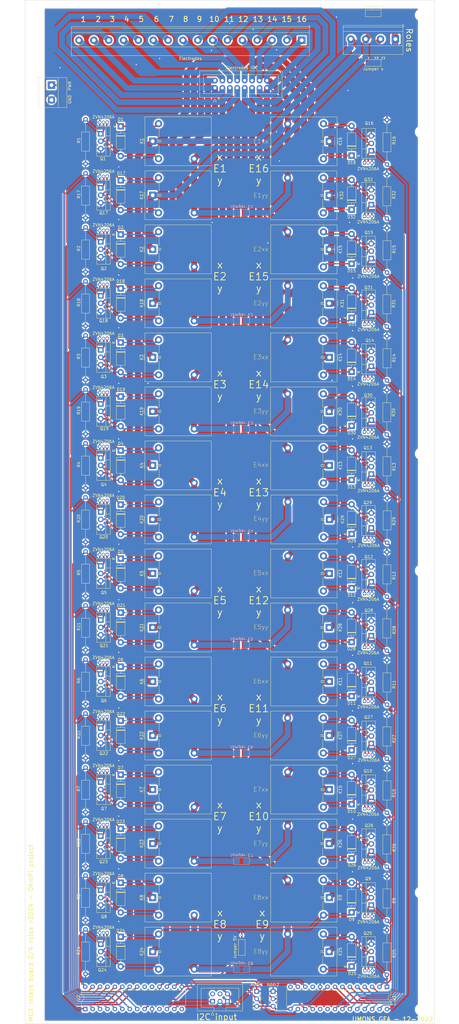
<source format=kicad_pcb>
(kicad_pcb (version 20211014) (generator pcbnew)
  (layers (0 "F.Cu" signal) (31 "B.Cu" signal) (34 "B.Paste" user) (35 "F.Paste" user) (36 "B.SilkS" user "B.Silkscreen") (37 "F.SilkS" user "F.Silkscreen") (38 "B.Mask" user) (39 "F.Mask" user) (44 "Edge.Cuts" user))
  (net 0 "")
  (net 1 "12V")
  (net 2 "Net-(D1-Pad2)")
  (net 3 "Net-(D2-Pad2)")
  (net 4 "Net-(D3-Pad2)")
  (net 5 "Net-(D4-Pad2)")
  (net 6 "Net-(D5-Pad2)")
  (net 7 "Net-(D6-Pad2)")
  (net 8 "Net-(D7-Pad2)")
  (net 9 "Net-(D8-Pad2)")
  (net 10 "Net-(D9-Pad2)")
  (net 11 "Net-(D10-Pad2)")
  (net 12 "Net-(D11-Pad2)")
  (net 13 "Net-(D12-Pad2)")
  (net 14 "Net-(D13-Pad2)")
  (net 15 "Net-(D14-Pad2)")
  (net 16 "Net-(D15-Pad2)")
  (net 17 "Net-(D16-Pad2)")
  (net 18 "GND")
  (net 19 "SCL1")
  (net 21 "SD1")
  (net 23 "+5V")
  (net 24 "Net-(D17-Pad2)")
  (net 25 "Net-(D18-Pad2)")
  (net 26 "Net-(D19-Pad2)")
  (net 27 "Net-(D20-Pad2)")
  (net 28 "Electrode 1")
  (net 29 "Electrode 2")
  (net 30 "Electrode 3")
  (net 31 "Electrode 4")
  (net 32 "Electrode 5")
  (net 33 "Electrode 6")
  (net 34 "Electrode 7")
  (net 35 "Electrode 8")
  (net 36 "Electrode 9")
  (net 37 "Electrode 10")
  (net 38 "Electrode 11")
  (net 39 "Electrode 12")
  (net 40 "Electrode 13")
  (net 41 "Electrode 14")
  (net 42 "Electrode 15")
  (net 43 "Electrode 16")
  (net 44 "Addr2")
  (net 45 "Addr1")
  (net 46 "Net-(D21-Pad2)")
  (net 47 "Net-(D22-Pad2)")
  (net 48 "Net-(D23-Pad2)")
  (net 49 "Net-(D24-Pad2)")
  (net 50 "Net-(D25-Pad2)")
  (net 51 "Net-(D26-Pad2)")
  (net 52 "Net-(D27-Pad2)")
  (net 53 "Net-(D28-Pad2)")
  (net 54 "Net-(D29-Pad2)")
  (net 55 "Net-(D30-Pad2)")
  (net 56 "Net-(D31-Pad2)")
  (net 57 "Net-(D32-Pad2)")
  (net 58 "Role x")
  (net 59 "Role y")
  (net 60 "Role xx")
  (net 61 "Role yy")
  (net 62 "E1x")
  (net 67 "E2x")
  (net 68 "E3x")
  (net 69 "E4x")
  (net 70 "E5x")
  (net 71 "E6x")
  (net 72 "E7x")
  (net 73 "E8x")
  (net 74 "E9x")
  (net 75 "E10x")
  (net 76 "E11x")
  (net 77 "E12x")
  (net 78 "E13x")
  (net 79 "E14x")
  (net 80 "E15x")
  (net 81 "E16x")
  (net 82 "E1y")
  (net 83 "E2y")
  (net 84 "E3y")
  (net 85 "E4y")
  (net 86 "E5y")
  (net 87 "E6y")
  (net 88 "E7y")
  (net 89 "E8y")
  (net 90 "E9y")
  (net 91 "E10y")
  (net 92 "E11y")
  (net 93 "E12y")
  (net 94 "E13y")
  (net 95 "E14y")
  (net 96 "E15y")
  (net 97 "E16y")
  (footprint "relay:Relay_SPDT_Omron-G5LE-1-VD" (layer "F.Cu") (at 135.025 88.266676 -90)
    (fp_text reference "K16")
    (fp_text value "G5LE-1-VD")
  )
  (footprint "Package_TO_SOT_THT:TO-92Flat" (layer "F.Cu") (at 147.06 279.7)
    (fp_text reference "ZVN4206A")
    (fp_text value "TO-92Flat")
  )
  (footprint "Package_TO_SOT_THT:TO-92Flat" (layer "F.Cu") (at 59.06 340.394 180)
    (fp_text reference "ZVN4206A")
    (fp_text value "TO-92Flat")
  )
  (footprint "Resistor_THT:R_Axial_DIN0207_L6.3mm_D2.5mm_P15.24mm_Horizontal" (layer "F.Cu") (at 51.65 228.483328 -90)
    (fp_text reference "R5")
    (fp_text value "100k")
  )
  (footprint "relay:Relay_SPDT_Omron-G5LE-1-VD" (layer "F.Cu") (at 74.61625 328.361658 90)
    (fp_text reference "K23")
    (fp_text value "G5LE-1-VD")
  )
  (footprint "relay:Relay_SPDT_Omron-G5LE-1-VD" (layer "F.Cu") (at 135.025 236.016892 -90)
    (fp_text reference "K12")
    (fp_text value "G5LE-1-VD")
  )
  (footprint "Connector_PinHeader_2.54mm:PinHeader_1x03_P2.54mm_Vertical" (layer "F.Cu") (at 110.200625 378.895)
    (fp_text reference "Addr1")
    (fp_text value "Addr 1")
  )
  (footprint "relay:Relay_SPDT_Omron-G5LE-1-VD" (layer "F.Cu") (at 74.61625 88.23 90)
    (fp_text reference "K1")
    (fp_text value "G5LE-1-VD")
  )
  (footprint "Package_TO_SOT_THT:TO-220-3_Vertical" (layer "F.Cu") (at 56.845 141.104998 -90)
    (fp_text reference "Q18")
    (fp_text value "STP16NF06L")
  )
  (footprint "Package_TO_SOT_THT:TO-92Flat" (layer "F.Cu") (at 147.16 150.8)
    (fp_text reference "ZVN4206A")
    (fp_text value "TO-92Flat")
  )
  (footprint "Diode_THT:D_DO-41_SOD81_P10.16mm_Horizontal" (layer "F.Cu") (at 142.66375 296.449886 90)
    (fp_text reference "D27")
    (fp_text value "1N_E4007")
  )
  (footprint "MountingHole:MountingHole_3.2mm_M3_ISO7380" (layer "F.Cu") (at 166.4 385.1)
    (fp_text reference "REF**" hide)
    (fp_text value "MountingHole_3.2mm_M3_ISO7380")
  )
  (footprint "Resistor_THT:R_Axial_DIN0207_L6.3mm_D2.5mm_P15.24mm_Horizontal" (layer "F.Cu") (at 154.74875 133.12423 90)
    (fp_text reference "R15")
    (fp_text value "100k")
  )
  (footprint "Diode_THT:D_DO-41_SOD81_P10.16mm_Horizontal" (layer "F.Cu") (at 63.685 138.564998 -90)
    (fp_text reference "D18")
    (fp_text value "1N_E4007")
  )
  (footprint "Connector_PinHeader_2.54mm:PinHeader_1x03_P2.54mm_Vertical" (layer "F.Cu") (at 115.800625 378.895)
    (fp_text reference "Addr2")
    (fp_text value "Addr 2")
  )
  (footprint "Diode_THT:D_DO-41_SOD81_P10.16mm_Horizontal" (layer "F.Cu") (at 63.685 286.338326 -90)
    (fp_text reference "D22")
    (fp_text value "1N_E4007")
  )
  (footprint "Package_TO_SOT_THT:TO-220-3_Vertical" (layer "F.Cu") (at 56.845 159.576664 -90)
    (fp_text reference "Q3")
    (fp_text value "STP16NF06L")
  )
  (footprint "Package_TO_SOT_THT:TO-220-3_Vertical" (layer "F.Cu") (at 149.398751 367.815795 90)
    (fp_text reference "Q25")
    (fp_text value "STP16NF06L")
  )
  (footprint "Package_TO_SOT_THT:TO-220-3_Vertical" (layer "F.Cu") (at 149.398751 183.610162 90)
    (fp_text reference "Q30")
    (fp_text value "STP16NF06L")
  )
  (footprint "Package_TO_SOT_THT:TO-92Flat" (layer "F.Cu") (at 147.16 132.5)
    (fp_text reference "ZVN4206A")
    (fp_text value "TO-92Flat")
  )
  (footprint "Package_TO_SOT_THT:TO-220-3_Vertical" (layer "F.Cu") (at 149.398751 128.348476 90)
    (fp_text reference "Q15")
    (fp_text value "STP16NF06L")
  )
  (footprint "Resistor_THT:R_Axial_DIN0207_L6.3mm_D2.5mm_P15.24mm_Horizontal" (layer "F.Cu") (at 154.70875 373.218334 90)
    (fp_text reference "R25")
    (fp_text value "100k")
  )
  (footprint "relay:Relay_SPDT_Omron-G5LE-1-VD" (layer "F.Cu") (at 74.61625 365.305 90)
    (fp_text reference "K24")
    (fp_text value "G5LE-1-VD")
  )
  (footprint "Package_TO_SOT_THT:TO-92Flat" (layer "F.Cu") (at 59.06 192.626 180)
    (fp_text reference "ZVN4206A")
    (fp_text value "TO-92Flat")
  )
  (footprint "Package_TO_SOT_THT:TO-220-3_Vertical" (layer "F.Cu") (at 149.398751 146.769038 90)
    (fp_text reference "Q31")
    (fp_text value "STP16NF06L")
  )
  (footprint "MountingHole:MountingHole_3.2mm_M3_ISO7380" (layer "F.Cu") (at 166.4 345.1)
    (fp_text reference "REF**" hide)
    (fp_text value "MountingHole_3.2mm_M3_ISO7380")
  )
  (footprint "Package_TO_SOT_THT:TO-92Flat" (layer "F.Cu") (at 59.06 118.742 180)
    (fp_text reference "ZVN4206A")
    (fp_text value "TO-92Flat")
  )
  (footprint "Diode_THT:D_DO-41_SOD81_P10.16mm_Horizontal" (layer "F.Cu") (at 142.66375 93.146676 90)
    (fp_text reference "D16")
    (fp_text value "1N_E4007")
  )
  (footprint "Package_TO_SOT_THT:TO-220-3_Vertical" (layer "F.Cu") (at 56.845 325.821658 -90)
    (fp_text reference "Q23")
    (fp_text value "STP16NF06L")
  )
  (footprint "Package_TO_SOT_THT:TO-220-3_Vertical" (layer "F.Cu") (at 56.845 288.878326 -90)
    (fp_text reference "Q22")
    (fp_text value "STP16NF06L")
  )
  (footprint "Package_DIP:DIP-28_W7.62mm" (layer "F.Cu") (at 51.54375 384.935 90)
    (fp_text reference "U2")
    (fp_text value "MCP23017_SP")
  )
  (footprint "Diode_THT:D_DO-41_SOD81_P10.16mm_Horizontal" (layer "F.Cu") (at 63.685 101.621666 -90)
    (fp_text reference "D17")
    (fp_text value "1N_E4007")
  )
  (footprint "relay:Relay_SPDT_Omron-G5LE-1-VD" (layer "F.Cu") (at 134.985 365.298334 -90)
    (fp_text reference "K25")
    (fp_text value "G5LE-1-VD")
  )
  (footprint "Package_TO_SOT_THT:TO-92Flat" (layer "F.Cu") (at 59.06 100.271 180)
    (fp_text reference "ZVN4206A")
    (fp_text value "TO-92Flat")
  )
  (footprint "Diode_THT:D_DO-41_SOD81_P10.16mm_Horizontal" (layer "F.Cu") (at 142.66375 277.967776 90)
    (fp_text reference "D11")
    (fp_text value "1N_E4007")
  )
  (footprint "MountingHole:MountingHole_3.2mm_M3_ISO7380" (layer "F.Cu") (at 35.4 385.1)
    (fp_text reference "REF**" hide)
    (fp_text value "MountingHole_3.2mm_M3_ISO7380")
  )
  (footprint "Diode_THT:D_DO-41_SOD81_P10.16mm_Horizontal" (layer "F.Cu") (at 63.685 120.093332 -90)
    (fp_text reference "D2")
    (fp_text value "1N_E4007")
  )
  (footprint "Diode_THT:D_DO-41_SOD81_P10.16mm_Horizontal" (layer "F.Cu") (at 142.66375 259.485666 90)
    (fp_text reference "D28")
    (fp_text value "1N_E4007")
  )
  (footprint "Diode_THT:D_DO-41_SOD81_P10.16mm_Horizontal" (layer "F.Cu") (at 142.66375 111.628786 90)
    (fp_text reference "D32")
    (fp_text value "1N_E4007")
  )
  (footprint "MountingHole:MountingHole_3.2mm_M3_ISO7380" (layer "F.Cu") (at 35.4 195.1)
    (fp_text reference "REF**" hide)
    (fp_text value "MountingHole_3.2mm_M3_ISO7380")
  )
  (footprint "Diode_THT:D_DO-41_SOD81_P10.16mm_Horizontal" (layer "F.Cu") (at 63.685 360.225 -90)
    (fp_text reference "D24")
    (fp_text value "1N_E4007")
  )
  (footprint "relay:Relay_SPDT_Omron-G5LE-1-VD" (layer "F.Cu") (at 74.61625 272.94666 90)
    (fp_text reference "K6")
    (fp_text value "G5LE-1-VD")
  )
  (footprint "Package_TO_SOT_THT:TO-220-3_Vertical" (layer "F.Cu") (at 149.398751 294.133534 90)
    (fp_text reference "Q27")
    (fp_text value "STP16NF06L")
  )
  (footprint "Package_TO_SOT_THT:TO-92Flat" (layer "F.Cu") (at 59.06 248.039 180)
    (fp_text reference "ZVN4206A")
    (fp_text value "TO-92Flat")
  )
  (footprint "Package_TO_SOT_THT:TO-220-3_Vertical" (layer "F.Cu") (at 56.845 122.633332 -90)
    (fp_text reference "Q2")
    (fp_text value "STP16NF06L")
  )
  (footprint "Resistor_THT:R_Axial_DIN0207_L6.3mm_D2.5mm_P15.24mm_Horizontal" (layer "F.Cu") (at 154.74875 96.186676 90)
    (fp_text reference "R16")
    (fp_text value "100k")
  )
  (footprint "Package_DIP:DIP-28_W7.62mm" (layer "F.Cu") (at 154.7575 377.335 -90)
    (fp_text reference "U1")
    (fp_text value "MCP23017_SP")
  )
  (footprint "relay:Relay_SPDT_Omron-G5LE-1-VD" (layer "F.Cu") (at 134.985 328.360777 -90)
    (fp_text reference "K26")
    (fp_text value "G5LE-1-VD")
  )
  (footprint "Package_TO_SOT_THT:TO-92Flat" (layer "F.Cu") (at 59.06 174.155 180)
    (fp_text reference "ZVN4206A")
    (fp_text value "TO-92Flat")
  )
  (footprint "Diode_THT:D_DO-41_SOD81_P10.16mm_Horizontal" (layer "F.Cu") (at 142.66375 130.110896 90)
    (fp_text reference "D15")
    (fp_text value "1N_E4007")
  )
  (footprint "Diode_THT:D_DO-41_SOD81_P10.16mm_Horizontal" (layer "F.Cu") (at 142.66375 333.414106 90)
    (fp_text reference "D26")
    (fp_text value "1N_E4007")
  )
  (footprint "Resistor_THT:R_Axial_DIN0207_L6.3mm_D2.5mm_P15.24mm_Horizontal" (layer "F.Cu") (at 51.65 302.369992 -90)
    (fp_text reference "R7")
    (fp_text value "100k")
  )
  (footprint "Package_TO_SOT_THT:TO-220-3_Vertical" (layer "F.Cu") (at 56.845 214.991662 -90)
    (fp_text reference "Q20")
    (fp_text value "STP16NF06L")
  )
  (footprint "Diode_THT:D_DO-41_SOD81_P10.16mm_Horizontal" (layer "F.Cu") (at 63.685 175.50833 -90)
    (fp_text reference "D19")
    (fp_text value "1N_E4007")
  )
  (footprint "Package_TO_SOT_THT:TO-220-3_Vertical" (layer "F.Cu") (at 56.845 362.765 -90)
    (fp_text reference "Q24")
    (fp_text value "STP16NF06L")
  )
  (footprint "relay:Relay_SPDT_Omron-G5LE-1-VD" (layer "F.Cu") (at 74.61625 309.889992 90)
    (fp_text reference "K7")
    (fp_text value "G5LE-1-VD")
  )
  (footprint "Resistor_THT:R_Axial_DIN0207_L6.3mm_D2.5mm_P15.24mm_Horizontal" (layer "F.Cu") (at 154.74875 170.061784 90)
    (fp_text reference "R14")
    (fp_text value "100k")
  )
  (footprint "Package_TO_SOT_THT:TO-220-3_Vertical" (layer "F.Cu") (at 56.845 307.349992 -90)
    (fp_text reference "Q7")
    (fp_text value "STP16NF06L")
  )
  (footprint "Resistor_THT:R_Axial_DIN0207_L6.3mm_D2.5mm_P15.24mm_Horizontal" (layer "F.Cu") (at 154.70875 151.593007 90)
    (fp_text reference "R31")
    (fp_text value "100k")
  )
  (footprint "Diode_THT:D_DO-41_SOD81_P10.16mm_Horizontal" (layer "F.Cu") (at 63.685 341.753324 -90)
    (fp_text reference "D8")
    (fp_text value "1N_E4007")
  )
  (footprint "Package_TO_SOT_THT:TO-92Flat" (layer "F.Cu") (at 147.26 298)
    (fp_text reference "ZVN4206A")
    (fp_text value "TO-92Flat")
  )
  (footprint "Package_TO_SOT_THT:TO-220-3_Vertical" (layer "F.Cu") (at 149.398751 91.507352 90)
    (fp_text reference "Q16")
    (fp_text value "STP16NF06L")
  )
  (footprint "MountingHole:MountingHole_3.2mm_M3_ISO7380" (layer "F.Cu") (at 166.4 195.1)
    (fp_text reference "REF**" hide)
    (fp_text value "MountingHole_3.2mm_M3_ISO7380")
  )
  (footprint "Solder_jumper:Soder_jumper" (layer "F.Cu") (at 104.9 363.9 90)
    (fp_text reference "Jumper 5V")
    (fp_text value "SolderJumper_2_Open")
  )
  (footprint "Resistor_THT:R_Axial_DIN0207_L6.3mm_D2.5mm_P15.24mm_Horizontal" (layer "F.Cu") (at 154.70875 262.405669 90)
    (fp_text reference "R28")
    (fp_text value "100k")
  )
  (footprint "Diode_THT:D_DO-41_SOD81_P10.16mm_Horizontal" (layer "F.Cu") (at 142.66375 185.557226 90)
    (fp_text reference "D30")
    (fp_text value "1N_E4007")
  )
  (footprint "Diode_THT:D_DO-41_SOD81_P10.16mm_Horizontal" (layer "F.Cu") (at 142.66375 351.896216 90)
    (fp_text reference "D9")
    (fp_text value "1N_E4007")
  )
  (footprint "relay:Relay_SPDT_Omron-G5LE-1-VD" (layer "F.Cu") (at 74.61625 180.58833 90)
    (fp_text reference "K19")
    (fp_text value "G5LE-1-VD")
  )
  (footprint "Connector_IDC:IDC-Header_2x08_P2.54mm_Vertical" (layer "F.Cu") (at 95.9 70 90)
    (fp_text reference "Electrodes IDC")
    (fp_text value "Conn_02x08_Odd_Even")
  )
  (footprint "relay:Relay_SPDT_Omron-G5LE-1-VD" (layer "F.Cu") (at 135.025 125.20423 -90)
    (fp_text reference "K15")
    (fp_text value "G5LE-1-VD")
  )
  (footprint "Diode_THT:D_DO-41_SOD81_P10.16mm_Horizontal" (layer "F.Cu") (at 142.66375 148.593006 90)
    (fp_text reference "D31")
    (fp_text value "1N_E4007")
  )
  (footprint "Resistor_THT:R_Axial_DIN0207_L6.3mm_D2.5mm_P15.24mm_Horizontal" (layer "F.Cu") (at 154.70875 114.655453 90)
    (fp_text reference "R32")
    (fp_text value "100k")
  )
  (footprint "TerminalBlock_Phoenix:TerminalBlock_Phoenix_MKDS-1,5-16-5.08_1x16_P5.08mm_Horizontal" (layer "F.Cu") (at 125.6 53.7 180)
    (fp_text reference "Electrodes")
    (fp_text value "Screw_Terminal_01x16")
  )
  (footprint "Package_TO_SOT_THT:TO-220-3_Vertical" (layer "F.Cu") (at 149.398751 220.451286 90)
    (fp_text reference "Q29")
    (fp_text value "STP16NF06L")
  )
  (footprint "Solder_jumper:Soder_jumper" (layer "F.Cu") (at 150.035 44.32)
    (fp_text reference "Jumper y")
    (fp_text value "SolderJumper_2_Open")
  )
  (footprint "Diode_THT:D_DO-41_SOD81_P10.16mm_Horizontal" (layer "F.Cu") (at 63.685 193.979996 -90)
    (fp_text reference "D4")
    (fp_text value "1N_E4007")
  )
  (footprint "MountingHole:MountingHole_3.2mm_M3_ISO7380" (layer "F.Cu") (at 35.4 85.1)
    (fp_text reference "REF**" hide)
    (fp_text value "MountingHole_3.2mm_M3_ISO7380")
  )
  (footprint "Package_TO_SOT_THT:TO-92Flat" (layer "F.Cu") (at 59.06 284.981 180)
    (fp_text reference "ZVN4206A")
    (fp_text value "TO-92Flat")
  )
  (footprint "Package_TO_SOT_THT:TO-92Flat" (layer "F.Cu") (at 59.06 211.097 180)
    (fp_text reference "ZVN4206A")
    (fp_text value "TO-92Flat")
  )
  (footprint "MountingHole:MountingHole_3.2mm_M3_ISO7380" (layer "F.Cu") (at 166.4 45.1)
    (fp_text reference "REF**" hide)
    (fp_text value "MountingHole_3.2mm_M3_ISO7380")
  )
  (footprint "relay:Relay_SPDT_Omron-G5LE-1-VD" (layer "F.Cu") (at 134.985 143.673007 -90)
    (fp_text reference "K31")
    (fp_text value "G5LE-1-VD")
  )
  (footprint "Resistor_THT:R_Axial_DIN0207_L6.3mm_D2.5mm_P15.24mm_Horizontal" (layer "F.Cu") (at 51.65 80.71 -90)
    (fp_text reference "R1")
    (fp_text value "100k")
  )
  (footprint "Resistor_THT:R_Axial_DIN0207_L6.3mm_D2.5mm_P15.24mm_Horizontal" (layer "F.Cu") (at 154.748751 354.749554 90)
    (fp_text reference "R9")
    (fp_text value "100k")
  )
  (footprint "Resistor_THT:R_Axial_DIN0207_L6.3mm_D2.5mm_P15.24mm_Horizontal" (layer "F.Cu") (at 51.65 320.841658 -90)
    (fp_text reference "R23")
    (fp_text value "100k")
  )
  (footprint "Package_TO_SOT_THT:TO-220-3_Vertical" (layer "F.Cu") (at 56.845 104.161666 -90)
    (fp_text reference "Q17")
    (fp_text value "STP16NF06L")
  )
  (footprint "Diode_THT:D_DO-41_SOD81_P10.16mm_Horizontal" (layer "F.Cu") (at 63.685 157.036664 -90)
    (fp_text reference "D3")
    (fp_text value "1N_E4007")
  )
  (footprint "Package_TO_SOT_THT:TO-92Flat" (layer "F.Cu") (at 147.16 205.8)
    (fp_text reference "ZVN4206A")
    (fp_text value "TO-92Flat")
  )
  (footprint "relay:Relay_SPDT_Omron-G5LE-1-VD" (layer "F.Cu") (at 135.025 199.079338 -90)
    (fp_text reference "K13")
    (fp_text value "G5LE-1-VD")
  )
  (footprint "Resistor_THT:R_Axial_DIN0207_L6.3mm_D2.5mm_P15.24mm_Horizontal" (layer "F.Cu") (at 154.70875 336.280777 90)
    (fp_text reference "R26")
    (fp_text value "100k")
  )
  (footprint "Package_TO_SOT_THT:TO-92Flat" (layer "F.Cu") (at 147.06 187.6)
    (fp_text reference "ZVN4206A")
    (fp_text value "TO-92Flat")
  )
  (footprint "relay:Relay_SPDT_Omron-G5LE-1-VD" (layer "F.Cu") (at 74.61625 346.833324 90)
    (fp_text reference "K8")
    (fp_text value "G5LE-1-VD")
  )
  (footprint "Package_TO_SOT_THT:TO-220-3_Vertical" (layer "F.Cu") (at 149.398751 257.29241 90)
    (fp_text reference "Q28")
    (fp_text value "STP16NF06L")
  )
  (footprint "Package_TO_SOT_THT:TO-92Flat" (layer "F.Cu") (at 147.06 95.6)
    (fp_text reference "ZVN4206A")
    (fp_text value "TO-92Flat")
  )
  (footprint "Resistor_THT:R_Axial_DIN0207_L6.3mm_D2.5mm_P15.24mm_Horizontal" (layer "F.Cu") (at 154.748751 317.812 90)
    (fp_text reference "R10")
    (fp_text value "100k")
  )
  (footprint "Package_TO_SOT_THT:TO-220-3_Vertical" (layer "F.Cu") (at 149.398751 165.1896 90)
    (fp_text reference "Q14")
    (fp_text value "STP16NF06L")
  )
  (footprint "relay:Relay_SPDT_Omron-G5LE-1-VD" (layer "F.Cu") (at 74.61625 291.418326 90)
    (fp_text reference "K22")
    (fp_text value "G5LE-1-VD")
  )
  (footprint "Diode_THT:D_DO-41_SOD81_P10.16mm_Horizontal" (layer "F.Cu") (at 63.685 249.394994 -90)
    (fp_text reference "D21")
    (fp_text value "1N_E4007")
  )
  (footprint "Package_TO_SOT_THT:TO-220-3_Vertical" (layer "F.Cu") (at 56.845 85.69 -90)
    (fp_text reference "Q1")
    (fp_text value "STP16NF06L")
  )
  (footprint "Package_TO_SOT_THT:TO-92Flat" (layer "F.Cu") (at 147.06 169.4)
    (fp_text reference "ZVN4206A")
    (fp_text value "TO-92Flat")
  )
  (footprint "Resistor_THT:R_Axial_DIN0207_L6.3mm_D2.5mm_P15.24mm_Horizontal" (layer "F.Cu") (at 154.70875 299.343223 90)
    (fp_text reference "R27")
    (fp_text value "100k")
  )
  (footprint "Resistor_THT:R_Axial_DIN0207_L6.3mm_D2.5mm_P15.24mm_Horizontal" (layer "F.Cu") (at 51.65 191.539996 -90)
    (fp_text reference "R4")
    (fp_text value "100k")
  )
  (footprint "relay:Relay_SPDT_Omron-G5LE-1-VD" (layer "F.Cu") (at 135.025001 346.829554 -90)
    (fp_text reference "K9")
    (fp_text value "G5LE-1-VD")
  )
  (footprint "Package_TO_SOT_THT:TO-92Flat" (layer "F.Cu") (at 59.06 303.452 180)
    (fp_text reference "ZVN4206A")
    (fp_text value "TO-92Flat")
  )
  (footprint "MountingHole:MountingHole_3.2mm_M3_ISO7380" (layer "F.Cu") (at 35.4 345.1)
    (fp_text reference "REF**" hide)
    (fp_text value "MountingHole_3.2mm_M3_ISO7380")
  )
  (footprint "Package_TO_SOT_THT:TO-92Flat" (layer "F.Cu") (at 147.06 242.9)
    (fp_text reference "ZVN4206A")
    (fp_text value "TO-92Flat")
  )
  (footprint "relay:Relay_SPDT_Omron-G5LE-1-VD" (layer "F.Cu") (at 135.025001 309.892 -90)
    (fp_text reference "K10")
    (fp_text value "G5LE-1-VD")
  )
  (footprint "Package_TO_SOT_THT:TO-92Flat" (layer "F.Cu") (at 147.26 224.5)
    (fp_text reference "ZVN4206A")
    (fp_text value "TO-92Flat")
  )
  (footprint "Resistor_THT:R_Axial_DIN0207_L6.3mm_D2.5mm_P15.24mm_Horizontal" (layer "F.Cu") (at 51.65 173.06833 -90)
    (fp_text reference "R19")
    (fp_text value "100k")
  )
  (footprint "Package_TO_SOT_THT:TO-220-3_Vertical" (layer "F.Cu") (at 149.398751 109.927914 90)
    (fp_text reference "Q32")
    (fp_text value "STP16NF06L")
  )
  (footprint "Package_TO_SOT_THT:TO-220-3_Vertical" (layer "F.Cu") (at 56.845 196.519996 -90)
    (fp_text reference "Q4")
    (fp_text value "STP16NF06L")
  )
  (footprint "Resistor_THT:R_Axial_DIN0207_L6.3mm_D2.5mm_P15.24mm_Horizontal" (layer "F.Cu") (at 154.70875 188.530561 90)
    (fp_text reference "R30")
    (fp_text value "100k")
  )
  (footprint "Package_TO_SOT_THT:TO-92Flat" (layer "F.Cu") (at 147.16 334.8)
    (fp_text reference "ZVN4206A")
    (fp_text value "TO-92Flat")
  )
  (footprint "Diode_THT:D_DO-41_SOD81_P10.16mm_Horizontal" (layer "F.Cu") (at 63.685 267.86666 -90)
    (fp_text reference "D6")
    (fp_text value "1N_E4007")
  )
  (footprint "Resistor_THT:R_Axial_DIN0207_L6.3mm_D2.5mm_P15.24mm_Horizontal" (layer "F.Cu") (at 154.74875 243.936892 90)
    (fp_text reference "R12")
    (fp_text value "100k")
  )
  (footprint "MountingHole:MountingHole_3.2mm_M3_ISO7380" (layer "F.Cu") (at 35.4 235.1)
    (fp_text reference "REF**" hide)
    (fp_text value "MountingHole_3.2mm_M3_ISO7380")
  )
  (footprint "Package_TO_SOT_THT:TO-92Flat" (layer "F.Cu") (at 59.06 358.865 180)
    (fp_text reference "ZVN4206A")
    (fp_text value "TO-92Flat")
  )
  (footprint "Package_TO_SOT_THT:TO-92Flat" (layer "F.Cu") (at 59.06 266.51 180)
    (fp_text reference "ZVN4206A")
    (fp_text value "TO-92Flat")
  )
  (footprint "Package_TO_SOT_THT:TO-92Flat" (layer "F.Cu") (at 147.06 113.9)
    (fp_text reference "ZVN4206A")
    (fp_text value "TO-92Flat")
  )
  (footprint "MountingHole:MountingHole_3.2mm_M3_ISO7380" (layer "F.Cu") (at 166.4 235.1)
    (fp_text reference "REF**" hide)
    (fp_text value "MountingHole_3.2mm_M3_ISO7380")
  )
  (footprint "Package_TO_SOT_THT:TO-92Flat" (layer "F.Cu") (at 147.1 353.2)
    (fp_text reference "ZVN4206A")
    (fp_text value "TO-92Flat")
  )
  (footprint "TerminalBlock_Phoenix:TerminalBlock_Phoenix_MKDS-1,5-4-5.08_1x04_P5.08mm_Horizontal" (layer "F.Cu") (at 157.635 53.3 180)
    (fp_text reference "x  y  xx yy")
    (fp_text value "Screw_Terminal_01x04")
  )
  (footprint "Diode_THT:D_DO-41_SOD81_P10.16mm_Horizontal" (layer "F.Cu") (at 142.66375 167.075116 90)
    (fp_text reference "D14")
    (fp_text value "1N_E4007")
  )
  (footprint "Diode_THT:D_DO-41_SOD81_P10.16mm_Horizontal" (layer "F.Cu") (at 142.66375 222.521446 90)
    (fp_text reference "D29")
    (fp_text value "1N_E4007")
  )
  (footprint "Resistor_THT:R_Axial_DIN0207_L6.3mm_D2.5mm_P15.24mm_Horizontal" (layer "F.Cu") (at 154.80875 225.468115 90)
    (fp_text reference "R29")
    (fp_text value "100k")
  )
  (footprint "relay:Relay_SPDT_Omron-G5LE-1-VD" (layer "F.Cu") (at 74.61625 217.531662 90)
    (fp_text reference "K20")
    (fp_text value "G5LE-1-VD")
  )
  (footprint "Resistor_THT:R_Axial_DIN0207_L6.3mm_D2.5mm_P15.24mm_Horizontal" (layer "F.Cu") (at 51.65 136.124998 -90)
    (fp_text reference "R18")
    (fp_text value "100k")
  )
  (footprint "relay:Relay_SPDT_Omron-G5LE-1-VD" (layer "F.Cu") (at 74.61625 106.701666 90)
    (fp_text reference "K17")
    (fp_text value "G5LE-1-VD")
  )
  (footprint "relay:Relay_SPDT_Omron-G5LE-1-VD" (layer "F.Cu") (at 134.985 106.735453 -90)
    (fp_text reference "K32")
    (fp_text value "G5LE-1-VD")
  )
  (footprint "Resistor_THT:R_Axial_DIN0207_L6.3mm_D2.5mm_P15.24mm_Horizontal" (layer "F.Cu") (at 51.65 117.653332 -90)
    (fp_text reference "R2")
    (fp_text value "100k")
  )
  (footprint "Package_TO_SOT_THT:TO-220-3_Vertical" (layer "F.Cu") (at 149.398751 238.871848 90)
    (fp_text reference "Q12")
    (fp_text value "STP16NF06L")
  )
  (footprint "Package_TO_SOT_THT:TO-92Flat" (layer "F.Cu") (at 147.16 316.4)
    (fp_text reference "ZVN4206A")
    (fp_text value "TO-92Flat")
  )
  (footprint "relay:Relay_SPDT_Omron-G5LE-1-VD" (layer "F.Cu") (at 135.025001 272.954446 -90)
    (fp_text reference "K11")
    (fp_text value "G5LE-1-VD")
  )
  (footprint "relay:Relay_SPDT_Omron-G5LE-1-VD" (layer "F.Cu") (at 134.985 254.485669 -90)
    (fp_text reference "K28")
    (fp_text value "G5LE-1-VD")
  )
  (footprint "Package_TO_SOT_THT:TO-92Flat" (layer "F.Cu") (at 59.06 229.568 180)
    (fp_text reference "ZVN4206A")
    (fp_text value "TO-92Flat")
  )
  (footprint "relay:Relay_SPDT_Omron-G5LE-1-VD" (layer "F.Cu") (at 74.61625 125.173332 90)
    (fp_text reference "K2")
    (fp_text value "G5LE-1-VD")
  )
  (footprint "Package_TO_SOT_THT:TO-92Flat" (layer "F.Cu") (at 59.06 81.8 180)
    (fp_text reference "ZVN4206A")
    (fp_text value "TO-92Flat")
  )
  (footprint "Package_TO_SOT_THT:TO-220-3_Vertical" (layer "F.Cu") (at 149.398751 349.39522 90)
    (fp_text reference "Q9")
    (fp_text value "STP16NF06L")
  )
  (footprint "Resistor_THT:R_Axial_DIN0207_L6.3mm_D2.5mm_P15.24mm_Horizontal" (layer "F.Cu") (at 154.748751 280.874446 90)
    (fp_text reference "R11")
    (fp_text value "100k")
  )
  (footprint "Diode_THT:D_DO-41_SOD81_P10.16mm_Horizontal" (layer "F.Cu") (at 63.685 304.809992 -90)
    (fp_text reference "D7")
    (fp_text value "1N_E4007")
  )
  (footprint "Resistor_THT:R_Axial_DIN0207_L6.3mm_D2.5mm_P15.24mm_Horizontal" (layer "F.Cu") (at 51.65 339.313324 -90)
    (fp_text reference "R8")
    (fp_text value "100k")
  )
  (footprint "Resistor_THT:R_Axial_DIN0207_L6.3mm_D2.5mm_P15.24mm_Horizontal" (layer "F.Cu") (at 51.65 357.685 -90)
    (fp_text reference "R24")
    (fp_text value "100k")
  )
  (footprint "Resistor_THT:R_Axial_DIN0207_L6.3mm_D2.5mm_P15.24mm_Horizontal" (layer "F.Cu") (at 51.65 246.954994 -90)
    (fp_text reference "R21")
    (fp_text value "100k")
  )
  (footprint "Diode_THT:D_DO-41_SOD81_P10.16mm_Horizontal" (layer "F.Cu") (at 63.685 230.923328 -90)
    (fp_text reference "D5")
    (fp_text value "1N_E4007")
  )
  (footprint "Package_TO_SOT_THT:TO-220-3_Vertical" (layer "F.Cu") (at 149.398751 330.974658 90)
    (fp_text reference "Q26")
    (fp_text value "STP16NF06L")
  )
  (footprint "Solder_jumper:Soder_jumper" (layer "F.Cu") (at 150.035 61.27)
    (fp_text reference "Jumper x")
    (fp_text value "SolderJumper_2_Open")
  )
  (footprint "Package_TO_SOT_THT:TO-220-3_Vertical" (layer "F.Cu") (at 149.398751 202.030724 90)
    (fp_text reference "Q13")
    (fp_text value "STP16NF06L")
  )
  (footprint "relay:Relay_SPDT_Omron-G5LE-1-VD" (layer "F.Cu") (at 74.61625 236.003328 90)
    (fp_text reference "K5")
    (fp_text value "G5LE-1-VD")
  )
  (footprint "TerminalBlock_Phoenix:TerminalBlock_Phoenix_MKDS-1,5-2-5.08_1x02_P5.08mm_Horizontal" (layer "F.Cu") (at 40 69.05 -90)
    (fp_text reference "GND  PWR")
    (fp_text value "Relays Pwr")
  )
  (footprint "Package_TO_SOT_THT:TO-92Flat" (layer "F.Cu") (at 147.2 371.8)
    (fp_text reference "ZVN4206A")
    (fp_text value "TO-92Flat")
  )
  (footprint "relay:Relay_SPDT_Omron-G5LE-1-VD" (layer "F.Cu") (at 74.61625 254.474994 90)
    (fp_text reference "K21")
    (fp_text value "G5LE-1-VD")
  )
  (footprint "MountingHole:MountingHole_3.2mm_M3_ISO7380" (layer "F.Cu") (at 166.4 85.1)
    (fp_text reference "REF**" hide)
    (fp_text value "MountingHole_3.2mm_M3_ISO7380")
  )
  (footprint "Resistor_THT:R_Axial_DIN0207_L6.3mm_D2.5mm_P15.24mm_Horizontal" (layer "F.Cu") (at 51.65 283.898326 -90)
    (fp_text reference "R22")
    (fp_text value "100k")
  )
  (footprint "Resistor_THT:R_Axial_DIN0207_L6.3mm_D2.5mm_P15.24mm_Horizontal" (layer "F.Cu") (at 51.65 210.011662 -90)
    (fp_text reference "R20")
    (fp_text value "100k")
  )
  (footprint "MountingHole:MountingHole_3.2mm_M3_ISO7380" (layer "F.Cu") (at 35.4 45.1)
    (fp_text reference "REF**" hide)
    (fp_text value "MountingHole_3.2mm_M3_ISO7380")
  )
  (footprint "Resistor_THT:R_Axial_DIN0207_L6.3mm_D2.5mm_P15.24mm_Horizontal" (layer "F.Cu") (at 51.65 265.42666 -90)
    (fp_text reference "R6")
    (fp_text value "100k")
  )
  (footprint "Package_TO_SOT_THT:TO-220-3_Vertical" (layer "F.Cu") (at 149.398751 312.554096 90)
    (fp_text reference "Q10")
    (fp_text value "STP16NF06L")
  )
  (footprint "Diode_THT:D_DO-41_SOD81_P10.16mm_Horizontal" (layer "F.Cu") (at 63.685 323.281658 -90)
    (fp_text reference "D23")
    (fp_text value "1N_E4007")
  )
  (footprint "relay:Relay_SPDT_Omron-G5LE-1-VD" (layer "F.Cu") (at 74.61625 199.059996 90)
    (fp_text reference "K4")
    (fp_text value "G5LE-1-VD")
  )
  (footprint "relay:Relay_SPDT_Omron-G5LE-1-VD" (layer "F.Cu") (at 135.085 217.548115 -90)
    (fp_text reference "K29")
    (fp_text value "G5LE-1-VD")
  )
  (footprint "Diode_THT:D_DO-41_SOD81_P10.16mm_Horizontal" (layer "F.Cu") (at 142.66375 204.039336 90)
    (fp_text reference "D13")
    (fp_text value "1N_E4007")
  )
  (footprint "relay:Relay_SPDT_Omron-G5LE-1-VD" (layer "F.Cu") (at 74.61625 162.116664 90)
    (fp_text reference "K3")
    (fp_text value "G5LE-1-VD")
  )
  (footprint "Resistor_THT:R_Axial_DIN0207_L6.3mm_D2.5mm_P15.24mm_Horizontal" (layer "F.Cu") (at 51.65 99.181666 -90)
    (fp_text reference "R17")
    (fp_text value "100k")
  )
  (footprint "Package_TO_SOT_THT:TO-220-3_Vertical" (layer "F.Cu") (at 56.845 344.293324 -90)
    (fp_text reference "Q8")
    (fp_text value "STP16NF06L")
  )
  (footprint "Diode_THT:D_DO-41_SOD81_P10.16mm_Horizontal" (layer "F.Cu") (at 63.685 212.451662 -90)
    (fp_text reference "D20")
    (fp_text value "1N_E4007")
  )
  (footprint "Package_TO_SOT_THT:TO-92Flat" (layer "F.Cu") (at 147.06 261.2)
    (fp_text reference "ZVN4206A")
    (fp_text value "TO-92Flat")
  )
  (footprint "Package_TO_SOT_THT:TO-92Flat" (layer "F.Cu") (at 59.06 321.923 180)
    (fp_text reference "ZVN4206A")
    (fp_text value "TO-92Flat")
  )
  (footprint "Connector_IDC:IDC-Header_2x03_P2.54mm_Vertical" (layer "F.Cu") (at 95.1 382.3 90)
    (fp_text reference "I2C input")
    (fp_text value "I2C")
  )
  (footprint "relay:Relay_SPDT_Omron-G5LE-1-VD" (layer "F.Cu") (at 134.985 291.423223 -90)
    (fp_text reference "K27")
    (fp_text value "G5LE-1-VD")
  )
  (footprint "Resistor_THT:R_Axial_DIN0207_L6.3mm_D2.5mm_P15.24mm_Horizontal" (layer "F.Cu") (at 154.74875 206.999338 90)
    (fp_text reference "R13")
    (fp_text value "100k")
  )
  (footprint "Package_TO_SOT_THT:TO-220-3_Vertical" (layer "F.Cu") (at 56.845 270.40666 -90)
    (fp_text reference "Q6")
    (fp_text value "STP16NF06L")
  )
  (footprint "Package_TO_SOT_THT:TO-220-3_Vertical" (layer "F.Cu") (at 56.845 251.934994 -90)
    (fp_text reference "Q21")
    (fp_text value "STP16NF06L")
  )
  (footprint "Diode_THT:D_DO-41_SOD81_P10.16mm_Horizontal" (layer "F.Cu") (at 63.685 83.15 -90)
    (fp_text reference "D1")
    (fp_text value "1N_E4007")
  )
  (footprint "Diode_THT:D_DO-41_SOD81_P10.16mm_Horizontal" (layer "F.Cu") (at 142.66375 314.931996 90)
    (fp_text reference "D10")
    (fp_text value "1N_E4007")
  )
  (footprint "relay:Relay_SPDT_Omron-G5LE-1-VD" (layer "F.Cu") (at 134.985 180.610561 -90)
    (fp_text reference "K30")
    (fp_text value "G5LE-1-VD")
  )
  (footprint "Package_TO_SOT_THT:TO-220-3_Vertical" (layer "F.Cu") (at 56.845 178.04833 -90)
    (fp_text reference "Q19")
    (fp_text value "STP16NF06L")
  )
  (footprint "relay:Relay_SPDT_Omron-G5LE-1-VD" (layer "F.Cu") (at 135.025 162.141784 -90)
    (fp_text reference "K14")
    (fp_text value "G5LE-1-VD")
  )
  (footprint "Resistor_THT:R_Axial_DIN0207_L6.3mm_D2.5mm_P15.24mm_Horizontal" (layer "F.Cu") (at 51.65 154.596664 -90)
    (fp_text reference "R3")
    (fp_text value "100k")
  )
  (footprint "relay:Relay_SPDT_Omron-G5LE-1-VD" (layer "F.Cu") (at 74.61625 143.644998 90)
    (fp_text reference "K18")
    (fp_text value "G5LE-1-VD")
  )
  (footprint "Diode_THT:D_DO-41_SOD81_P10.16mm_Horizontal" (layer "F.Cu") (at 142.66375 241.003556 90)
    (fp_text reference "D12")
    (fp_text value "1N_E4007")
  )
  (footprint "Package_TO_SOT_THT:TO-92Flat" (layer "F.Cu") (at 59.06 155.684 180)
    (fp_text reference "ZVN4206A")
    (fp_text value "TO-92Flat")
  )
  (footprint "Package_TO_SOT_THT:TO-220-3_Vertical" (layer "F.Cu") (at 56.845 233.463328 -90)
    (fp_text reference "Q5")
    (fp_text value "STP16NF06L")
  )
  (footprint "Package_TO_SOT_THT:TO-92Flat" (layer "F.Cu") (at 59.06 137.213 180)
    (fp_text reference "ZVN4206A")
    (fp_text value "TO-92Flat")
  )
  (footprint "Diode_THT:D_DO-41_SOD81_P10.16mm_Horizontal" (layer "F.Cu") (at 142.66375 370.378334 90)
    (fp_text reference "D25")
    (fp_text value "1N_E4007")
  )
  (footprint "Package_TO_SOT_THT:TO-220-3_Vertical" (layer "F.Cu") (at 149.398751 275.712972 90)
    (fp_text reference "Q11")
    (fp_text value "STP16NF06L")
  )
  (footprint "Solder_jumper:Soder_jumper" (layer "B.Cu") (at 105.000625 149.85)
    (fp_text reference "Jumper E2")
    (fp_text value "SolderJumper_2_Open")
  )
  (footprint "Solder_jumper:Soder_jumper" (layer "B.Cu") (at 105.000625 371.55)
    (fp_text reference "Jumper E8")
    (fp_text value "SolderJumper_2_Open")
  )
  (footprint "Solder_jumper:Soder_jumper" (layer "B.Cu") (at 105.000625 186.8)
    (fp_text reference "Jumper E3")
    (fp_text value "SolderJumper_2_Open")
  )
  (footprint "Solder_jumper:Soder_jumper" (layer "B.Cu") (at 105.000625 334.6)
    (fp_text reference "Jumper E7")
    (fp_text value "SolderJumper_2_Open")
  )
  (footprint "Solder_jumper:Soder_jumper" (layer "B.Cu") (at 105.000625 297.65)
    (fp_text reference "Jumper E6")
    (fp_text value "SolderJumper_2_Open")
  )
  (footprint "Solder_jumper:Soder_jumper" (layer "B.Cu") (at 105.000625 223.75)
    (fp_text reference "Jumper E4")
    (fp_text value "SolderJumper_2_Open")
  )
  (footprint "Solder_jumper:Soder_jumper" (layer "B.Cu") (at 105.000625 112.9)
    (fp_text reference "Jumper E1")
    (fp_text value "SolderJumper_2_Open")
  )
  (footprint "Solder_jumper:Soder_jumper" (layer "B.Cu") (at 105.000625 260.7)
    (fp_text reference "Jumper E5")
    (fp_text value "SolderJumper_2_Open")
  )
  (gr_line (start 31 390) (end 31 40) (layer "Edge.Cuts") (width 0.1))
  (gr_line (start 171 390) (end 171 40) (layer "Edge.Cuts") (width 0.1))
  (gr_line (start 171 390) (end 31 390) (layer "Edge.Cuts") (width 0.1))
  (gr_line (start 171 40) (end 31 40) (layer "Edge.Cuts") (width 0.1))
  (gr_text "E1yy" (at 111.628572 106.735453) (layer "F.SilkS") (effects (font (size 1.5 1.5) (thickness 0.1))))
  (gr_text "E2xx" (at 111.628572 125.131223) (layer "F.SilkS") (effects (font (size 1.5 1.5) (thickness 0.1))))
  (gr_text "E4yy" (at 111.628572 217.3) (layer "F.SilkS") (effects (font (size 1.5 1.5) (thickness 0.1))))
  (gr_text "E7xx" (at 111.628572 309.831223) (layer "F.SilkS") (effects (font (size 1.5 1.5) (thickness 0.1))))
  (gr_text "x\nE15\ny" (at 110.9 134.514285) (layer "F.SilkS") (effects (font (size 2.5 2.5) (thickness 0.3))))
  (gr_text "E8yy" (at 111.628572 365.2) (layer "F.SilkS") (effects (font (size 1.5 1.5) (thickness 0.1))))
  (gr_text "14" (at 115.5 46.5) (layer "F.SilkS") (effects (font (size 1.8 1.8) (thickness 0.3))))
  (gr_text "MUX relays board 2/4 roles v2024 - OhmPi project" (at 32.9 358.9 90) (layer "F.SilkS") (effects (font (size 1.5 1.5) (thickness 0.3))))
  (gr_text "9" (at 90.6 46.5) (layer "F.SilkS") (effects (font (size 1.8 1.8) (thickness 0.3))))
  (gr_text "15" (at 120.5 46.5) (layer "F.SilkS") (effects (font (size 1.8 1.8) (thickness 0.3))))
  (gr_text "x\nE7\ny" (at 97.6 319.08571) (layer "F.SilkS") (effects (font (size 2.5 2.5) (thickness 0.3))))
  (gr_text "x\nE8\ny" (at 97.6 356) (layer "F.SilkS") (effects (font (size 2.5 2.5) (thickness 0.3))))
  (gr_text "13" (at 110.6 46.5) (layer "F.SilkS") (effects (font (size 1.8 1.8) (thickness 0.3))))
  (gr_text "E2yy" (at 111.628572 143.6) (layer "F.SilkS") (effects (font (size 1.5 1.5) (thickness 0.1))))
  (gr_text "x\nE14\ny" (at 110.9 171.42857) (layer "F.SilkS") (effects (font (size 2.5 2.5) (thickness 0.3))))
  (gr_text "3" (at 60.8 46.5) (layer "F.SilkS") (effects (font (size 1.8 1.8) (thickness 0.3))))
  (gr_text "x\nE3\ny" (at 97.6 171.42857) (layer "F.SilkS") (effects (font (size 2.5 2.5) (thickness 0.3))))
  (gr_text "x\nE1\ny" (at 97.6 97.6) (layer "F.SilkS") (effects (font (size 2.5 2.5) (thickness 0.3))))
  (gr_text "E6xx" (at 111.628572 272.831223) (layer "F.SilkS") (effects (font (size 1.5 1.5) (thickness 0.1))))
  (gr_text "E5xx" (at 111.628572 235.831223) (layer "F.SilkS") (effects (font (size 1.5 1.5) (thickness 0.1))))
  (gr_text "E5yy" (at 111.628572 254.3) (layer "F.SilkS") (effects (font (size 1.5 1.5) (thickness 0.1))))
  (gr_text "5" (at 70.7 46.5) (layer "F.SilkS") (effects (font (size 1.8 1.8) (thickness 0.3))))
  (gr_text "2" (at 56 46.5) (layer "F.SilkS") (effects (font (size 1.8 1.8) (thickness 0.3))))
  (gr_text "E3xx" (at 111.628572 162.031223) (layer "F.SilkS") (effects (font (size 1.5 1.5) (thickness 0.1))))
  (gr_text "x\nE2\ny" (at 97.6 134.514285) (layer "F.SilkS") (effects (font (size 2.5 2.5) (thickness 0.3))))
  (gr_text "x\nE13\ny" (at 110.9 208.342855) (layer "F.SilkS") (effects (font (size 2.5 2.5) (thickness 0.3))))
  (gr_text "UMONS GFA - 12-2022" (at 156.7 388.4) (layer "F.SilkS") (effects (font (size 1.5 1.5) (thickness 0.3))))
  (gr_text "11" (at 100.8 46.5) (layer "F.SilkS") (effects (font (size 1.8 1.8) (thickness 0.3))))
  (gr_text "x\nE16\ny" (at 110.9 97.6) (layer "F.SilkS") (effects (font (size 2.5 2.5) (thickness 0.3))))
  (gr_text "1" (at 50.9 46.5) (layer "F.SilkS") (effects (font (size 1.8 1.8) (thickness 0.3))))
  (gr_text "E4xx" (at 111.628572 198.831223) (layer "F.SilkS") (effects (font (size 1.5 1.5) (thickness 0.1))))
  (gr_text "10" (at 95.7 46.5) (layer "F.SilkS") (effects (font (size 1.8 1.8) (thickness 0.3))))
  (gr_text "E3yy" (at 111.628572 180.5) (layer "F.SilkS") (effects (font (size 1.5 1.5) (thickness 0.1))))
  (gr_text "6" (at 75.9 46.5) (layer "F.SilkS") (effects (font (size 1.8 1.8) (thickness 0.3))))
  (gr_text "12" (at 105.6 46.5) (layer "F.SilkS") (effects (font (size 1.8 1.8) (thickness 0.3))))
  (gr_text "x\nE11\ny" (at 110.9 282.171425) (layer "F.SilkS") (effects (font (size 2.5 2.5) (thickness 0.3))))
  (gr_text "x\nE5\ny" (at 97.6 245.25714) (layer "F.SilkS") (effects (font (size 2.5 2.5) (thickness 0.3))))
  (gr_text "7" (at 81 46.5) (layer "F.SilkS") (effects (font (size 1.8 1.8) (thickness 0.3))))
  (gr_text "x\nE4\ny" (at 97.6 208.342855) (layer "F.SilkS") (effects (font (size 2.5 2.5) (thickness 0.3))))
  (gr_text "x\nE6\ny" (at 97.6 282.171425) (layer "F.SilkS") (effects (font (size 2.5 2.5) (thickness 0.3))))
  (gr_text "E1xx" (at 111.628572 88.266676) (layer "F.SilkS") (effects (font (size 1.5 1.5) (thickness 0.1))))
  (gr_text "16" (at 125.6 46.5) (layer "F.SilkS") (effects (font (size 1.8 1.8) (thickness 0.3))))
  (gr_text "E7yy" (at 111.628572 328.3) (layer "F.SilkS") (effects (font (size 1.5 1.5) (thickness 0.1))))
  (gr_text "x\nE9\ny" (at 112.090476 356) (layer "F.SilkS") (effects (font (size 2.5 2.5) (thickness 0.3))))
  (gr_text "E8xx" (at 111.628572 346.731223) (layer "F.SilkS") (effects (font (size 1.5 1.5) (thickness 0.1))))
  (gr_text "8" (at 85.9 46.5) (layer "F.SilkS") (effects (font (size 1.8 1.8) (thickness 0.3))))
  (gr_text "x\nE10\ny" (at 110.9 319.08571) (layer "F.SilkS") (effects (font (size 2.5 2.5) (thickness 0.3))))
  (gr_text "E6yy" (at 111.628572 291.3) (layer "F.SilkS") (effects (font (size 1.5 1.5) (thickness 0.1))))
  (gr_text "Roles" (at 162.4 53.7 270) (layer "F.SilkS") (effects (font (size 2 2) (thickness 0.3))))
  (gr_text "x\nE12\ny" (at 110.9 245.25714) (layer "F.SilkS") (effects (font (size 2.5 2.5) (thickness 0.3))))
  (gr_text "4" (at 65.7 46.5) (layer "F.SilkS") (effects (font (size 1.8 1.8) (thickness 0.3))))
  (segment (start 60.2175 245.8825) (end 60.2175 356.7575) (width 0.5) (layer "F.Cu") (net 1))
  (segment (start 145.313261 163.313261) (end 145.313261 95.796187) (width 0.5) (layer "F.Cu") (net 1))
  (segment (start 142.66375 148.593006) (end 145.313261 145.943495) (width 0.5) (layer "F.Cu") (net 1))
  (segment (start 60.2175 153.7825) (end 60.2175 173.2175) (width 0.5) (layer "F.Cu") (net 1))
  (segment (start 63.685 193.979996) (end 63.414996 193.979996) (width 0.5) (layer "F.Cu") (net 1))
  (segment (start 142.66375 241.003556) (end 142.996444 241.003556) (width 0.5) (layer "F.Cu") (net 1))
  (segment (start 142.66375 111.628786) (end 145.313261 108.979275) (width 0.5) (layer "F.Cu") (net 1))
  (segment (start 63.685 120.093332) (end 60.809168 117.2175) (width 0.5) (layer "F.Cu") (net 1))
  (segment (start 142.66375 259.33625) (end 145.313261 256.686739) (width 0.5) (layer "F.Cu") (net 1))
  (segment (start 63.685 249.35) (end 60.2175 245.8825) (width 0.5) (layer "F.Cu") (net 1))
  (segment (start 142.66375 333.414106) (end 142.66375 333.33625) (width 0.5) (layer "F.Cu") (net 1))
  (segment (start 142.66375 370.378334) (end 145.313261 367.728823) (width 0.5) (layer "F.Cu") (net 1))
  (segment (start 145.313261 275.686739) (end 145.313261 163.313261) (width 0.5) (layer "F.Cu") (net 1))
  (segment (start 105.1 362.7) (end 105.1 359.7) (width 0.5) (layer "F.Cu") (net 1))
  (segment (start 142.66375 296.449886) (end 142.66375 296.33625) (width 0.5) (layer "F.Cu") (net 1))
  (segment (start 63.685 138.564998) (end 62.999998 138.564998) (width 0.5) (layer "F.Cu") (net 1))
  (segment (start 60.430836 153.7825) (end 60.2175 153.7825) (width 0.5) (layer "F.Cu") (net 1))
  (segment (start 63.685 175.50833) (end 62.50833 175.50833) (width 0.5) (layer "F.Cu") (net 1))
  (segment (start 142.66375 222.521446) (end 145.313261 219.871935) (width 0.5) (layer "F.Cu") (net 1))
  (segment (start 145.313261 330.686739) (end 145.313261 311.686739) (width 0.5) (layer "F.Cu") (net 1))
  (segment (start 63.414996 193.979996) (end 60.2175 190.7825) (width 0.5) (layer "F.Cu") (net 1))
  (segment (start 143.032224 277.967776) (end 145.313261 275.686739) (width 0.5) (layer "F.Cu") (net 1))
  (segment (start 145.313261 293.686739) (end 145.313261 275.686739) (width 0.5) (layer "F.Cu") (net 1))
  (segment (start 63.685 341.753324) (end 60.2175 338.285824) (width 0.5) (layer "F.Cu") (net 1))
  (segment (start 145.313261 311.686739) (end 145.313261 293.686739) (width 0.5) (layer "F.Cu") (net 1))
  (segment (start 142.66375 314.931996) (end 142.66375 314.33625) (width 0.5) (layer "F.Cu") (net 1))
  (segment (start 60.2175 227.455828) (end 63.685 230.923328) (width 0.5) (layer "F.Cu") (net 1))
  (segment (start 142.66375 277.967776) (end 143.032224 277.967776) (width 0.5) (layer "F.Cu") (net 1))
  (segment (start 142.889104 130.110896) (end 145.313261 127.686739) (width 0.5) (layer "F.Cu") (net 1))
  (segment (start 63.685 101.621666) (end 60.2175 98.154166) (width 0.5) (layer "F.Cu") (net 1))
  (segment (start 63.685 304.809992) (end 60.2175 301.342492) (width 0.5) (layer "F.Cu") (net 1))
  (segment (start 142.66375 296.33625) (end 145.313261 293.686739) (width 0.5) (layer "F.Cu") (net 1))
  (segment (start 49.585 69.05) (end 63.685 83.15) (width 0.5) (layer "F.Cu") (net 1))
  (segment (start 145.313261 367.686739) (end 145.313261 349.686739) (width 0.5) (layer "F.Cu") (net 1))
  (segment (start 60.2175 173.2175) (end 60.2175 190.7825) (width 0.5) (layer "F.Cu") (net 1))
  (segment (start 145.313261 95.796187) (end 142.66375 93.146676) (width 0.5) (layer "F.Cu") (net 1))
  (segment (start 142.66375 165.962772) (end 145.313261 163.313261) (width 0.5) (layer "F.Cu") (net 1))
  (segment (start 60.2175 190.7825) (end 60.2175 245.8825) (width 0.5) (layer "F.Cu") (net 1))
  (segment (start 60.2175 356.7575) (end 63.685 360.225) (width 0.5) (layer "F.Cu") (net 1))
  (segment (start 142.66375 185.557226) (end 145.313261 182.907715) (width 0.5) (layer "F.Cu") (net 1))
  (segment (start 60.809168 117.2175) (end 60.2175 117.2175) (width 0.5) (layer "F.Cu") (net 1))
  (segment (start 142.996444 241.003556) (end 145.313261 238.686739) (width 0.5) (layer "F.Cu") (net 1))
  (segment (start 142.66375 167.075116) (end 142.66375 165.962772) (width 0.5) (layer "F.Cu") (net 1))
  (segment (start 142.66375 314.33625) (end 145.313261 311.686739) (width 0.5) (layer "F.Cu") (net 1))
  (segment (start 142.66375 204.039336) (end 145.313261 201.389825) (width 0.5) (layer "F.Cu") (net 1))
  (segment (start 40.9 69.05) (end 49.585 69.05) (width 0.5) (layer "F.Cu") (net 1))
  (segment (start 142.66375 259.485666) (end 142.66375 259.33625) (width 0.5) (layer "F.Cu") (net 1))
  (segment (start 142.66375 130.110896) (end 142.889104 130.110896) (width 0.5) (layer "F.Cu") (net 1))
  (segment (start 145.313261 349.686739) (end 145.313261 330.686739) (width 0.5) (layer "F.Cu") (net 1))
  (segment (start 63.685 286.338326) (end 60.2175 282.870826) (width 0.5) (layer "F.Cu") (net 1))
  (segment (start 60.2175 135.7825) (end 60.2175 153.7825) (width 0.5) (layer "F.Cu") (net 1))
  (segment (start 143.103784 351.896216) (end 145.313261 349.686739) (width 0.5) (layer "F.Cu") (net 1))
  (segment (start 63.685 157.036664) (end 60.430836 153.7825) (width 0.5) (layer "F.Cu") (net 1))
  (segment (start 63.685 249.394994) (end 63.685 249.35) (width 0.5) (layer "F.Cu") (net 1))
  (segment (start 60.2175 264.39916) (end 63.685 267.86666) (width 0.5) (layer "F.Cu") (net 1))
  (segment (start 63.685 83.15) (end 75.69625 83.15) (width 0.5) (layer "F.Cu") (net 1))
  (segment (start 62.999998 138.564998) (end 60.2175 135.7825) (width 0.5) (layer "F.Cu") (net 1))
  (segment (start 142.66375 351.896216) (end 143.103784 351.896216) (width 0.5) (layer "F.Cu") (net 1))
  (segment (start 75.69625 83.15) (end 76.61625 82.23) (width 0.5) (layer "F.Cu") (net 1))
  (segment (start 60.2175 208.984162) (end 63.685 212.451662) (width 0.5) (layer "F.Cu") (net 1))
  (segment (start 62.50833 175.50833) (end 60.2175 173.2175) (width 0.5) (layer "F.Cu") (net 1))
  (segment (start 145.313261 367.728823) (end 145.313261 367.686739) (width 0.5) (layer "F.Cu") (net 1))
  (segment (start 63.685 323.281658) (end 63.685 323.25) (width 0.5) (layer "F.Cu") (net 1))
  (segment (start 142.66375 333.33625) (end 145.313261 330.686739) (width 0.5) (layer "F.Cu") (net 1))
  (segment (start 63.685 323.25) (end 60.2175 319.7825) (width 0.5) (layer "F.Cu") (net 1))
  (segment (start 60.2175 79.6825) (end 60.2175 135.7825) (width 0.5) (layer "F.Cu") (net 1))
  (via (at 105.1 359.7) (size 0.8) (drill 0.4) (layers "F.Cu" "B.Cu") (net 1))
  (segment (start 63.685 157.036664) (end 75.69625 157.036664) (width 0.5) (layer "B.Cu") (net 1))
  (segment (start 142.66375 241.003556) (end 134.038336 241.003556) (width 0.5) (layer "B.Cu") (net 1))
  (segment (start 142.66375 259.485666) (end 133.985003 259.485666) (width 0.5) (layer "B.Cu") (net 1))
  (segment (start 141.583749 149.673007) (end 142.66375 148.593006) (width 0.5) (layer "B.Cu") (net 1))
  (segment (start 142.66375 111.628786) (end 134.091667 111.628786) (width 0.5) (layer "B.Cu") (net 1))
  (segment (start 75.69625 175.50833) (end 76.61625 174.58833) (width 0.5) (layer "B.Cu") (net 1))
  (segment (start 75.69625 267.86666) (end 76.61625 266.94666) (width 0.5) (layer "B.Cu") (net 1))
  (segment (start 75.69625 323.281658) (end 76.61625 322.361658) (width 0.5) (layer "B.Cu") (net 1))
  (segment (start 132.985 371.298334) (end 141.74375 371.298334) (width 0.5) (layer "B.Cu") (net 1))
  (segment (start 75.69625 249.394994) (end 76.61625 248.474994) (width 0.5) (layer "B.Cu") (net 1))
  (segment (start 63.685 360.225) (end 75.69625 360.225) (width 0.5) (layer "B.Cu") (net 1))
  (segment (start 105.1 359.7) (end 105.1 358.697646) (width 0.5) (layer "B.Cu") (net 1))
  (segment (start 75.69625 230.923328) (end 76.61625 230.003328) (width 0.5) (layer "B.Cu") (net 1))
  (segment (start 75.69625 101.621666) (end 76.61625 100.701666) (width 0.5) (layer "B.Cu") (net 1))
  (segment (start 133.985003 259.485666) (end 132.985 260.485669) (width 0.5) (layer "B.Cu") (net 1))
  (segment (start 75.69625 304.809992) (end 76.61625 303.889992) (width 0.5) (layer "B.Cu") (net 1))
  (segment (start 141.74375 371.298334) (end 142.66375 370.378334) (width 0.5) (layer "B.Cu") (net 1))
  (segment (start 132.985 186.610561) (end 141.610415 186.610561) (width 0.5) (layer "B.Cu") (net 1))
  (segment (start 63.685 341.753324) (end 75.69625 341.753324) (width 0.5) (layer "B.Cu") (net 1))
  (segment (start 128.455732 357.398823) (end 133.025001 352.829554) (width 0.5) (layer "B.Cu") (net 1))
  (segment (start 63.685 138.564998) (end 75.69625 138.564998) (width 0.5) (layer "B.Cu") (net 1))
  (segment (start 142.66375 204.039336) (end 134.065002 204.039336) (width 0.5) (layer "B.Cu") (net 1))
  (segment (start 76.61625 359.305) (end 78.522427 357.398823) (width 0.5) (layer "B.Cu") (net 1))
  (segment (start 78.522427 357.398823) (end 103.801177 357.398823) (width 0.5) (layer "B.Cu") (net 1))
  (segment (start 133.931671 333.414106) (end 132.985 334.360777) (width 0.5) (layer "B.Cu") (net 1))
  (segment (start 134.091667 111.628786) (end 132.985 112.735453) (width 0.5) (layer "B.Cu") (net 1))
  (segment (start 63.685 212.451662) (end 75.69625 212.451662) (width 0.5) (layer "B.Cu") (net 1))
  (segment (start 142.66375 277.967776) (end 134.011671 277.967776) (width 0.5) (layer "B.Cu") (net 1))
  (segment (start 141.690413 297.423223) (end 142.66375 296.449886) (width 0.5) (layer "B.Cu") (net 1))
  (segment (start 63.685 193.979996) (end 75.69625 193.979996) (width 0.5) (layer "B.Cu") (net 1))
  (segment (start 134.038336 241.003556) (end 133.025 242.016892) (width 0.5) (layer "B.Cu") (net 1))
  (segment (start 63.685 323.281658) (end 75.69625 323.281658) (width 0.5) (layer "B.Cu") (net 1))
  (segment (start 63.685 304.809992) (end 75.69625 304.809992) (width 0.5) (layer "B.Cu") (net 1))
  (segment (start 103.801177 357.398823) (end 128.455732 357.398823) (width 0.5) (layer "B.Cu") (net 1))
  (segment (start 133.985005 314.931996) (end 133.025001 315.892) (width 0.5) (layer "B.Cu") (net 1))
  (segment (start 141.610415 186.610561) (end 142.66375 185.557226) (width 0.5) (layer "B.Cu") (net 1))
  (segment (start 134.065002 204.039336) (end 133.025 205.079338) (width 0.5) (layer "B.Cu") (net 1))
  (segment (start 134.011671 277.967776) (end 133.025001 278.954446) (width 0.5) (layer "B.Cu") (net 1))
  (segment (start 63.685 175.50833) (end 75.69625 175.50833) (width 0.5) (layer "B.Cu") (net 1))
  (segment (start 142.66375 93.146676) (end 134.145 93.146676) (width 0.5) (layer "B.Cu") (net 1))
  (segment (start 142.66375 167.075116) (end 134.091668 167.075116) (width 0.5) (layer "B.Cu") (net 1))
  (segment (start 63.685 286.338326) (end 75.69625 286.338326) (width 0.5) (layer "B.Cu") (net 1))
  (segment (start 75.69625 138.564998) (end 76.61625 137.644998) (width 0.5) (layer "B.Cu") (net 1))
  (segment (start 142.66375 333.414106) (end 133.931671 333.414106) (width 0.5) (layer "B.Cu") (net 1))
  (segment (start 134.091668 167.075116) (end 133.025 168.141784) (width 0.5) (layer "B.Cu") (net 1))
  (segment (start 141.637081 223.548115) (end 142.66375 222.521446) (width 0.5) (layer "B.Cu") (net 1))
  (segment (start 133.085 223.548115) (end 141.637081 223.548115) (width 0.5) (layer "B.Cu") (net 1))
  (segment (start 142.66375 314.931996) (end 133.985005 314.931996) (width 0.5) (layer "B.Cu") (net 1))
  (segment (start 132.985 297.423223) (end 141.690413 297.423223) (width 0.5) (layer "B.Cu") (net 1))
  (segment (start 134.118334 130.110896) (end 133.025 131.20423) (width 0.5) (layer "B.Cu") (net 1))
  (segment (start 105.1 358.697646) (end 103.801177 357.398823) (width 0.5) (layer "B.Cu") (net 1))
  (segment (start 75.69625 193.979996) (end 76.61625 193.059996) (width 0.5) (layer "B.Cu") (net 1))
  (segment (start 134.145 93.146676) (end 133.025 94.266676) (width 0.5) (layer "B.Cu") (net 1))
  (segment (start 141.730412 352.829554) (end 142.66375 351.896216) (width 0.5) (layer "B.Cu") (net 1))
  (segment (start 75.69625 120.093332) (end 76.61625 119.173332) (width 0.5) (layer "B.Cu") (net 1))
  (segment (start 133.025001 352.829554) (end 141.730412 352.829554) (width 0.5) (layer "B.Cu") (net 1))
  (segment (start 75.69625 212.451662) (end 76.61625 211.531662) (width 0.5) (layer "B.Cu") (net 1))
  (segment (start 75.69625 157.036664) (end 76.61625 156.116664) (width 0.5) (layer "B.Cu") (net 1))
  (segment (start 132.985 149.673007) (end 141.583749 149.673007) (width 0.5) (layer "B.Cu") (net 1))
  (segment (start 142.66375 130.110896) (end 134.118334 130.110896) (width 0.5) (layer "B.Cu") (net 1))
  (segment (start 75.69625 360.225) (end 76.61625 359.305) (width 0.5) (layer "B.Cu") (net 1))
  (segment (start 63.685 249.394994) (end 75.69625 249.394994) (width 0.5) (layer "B.Cu") (net 1))
  (segment (start 63.685 230.923328) (end 75.69625 230.923328) (width 0.5) (layer "B.Cu") (net 1))
  (segment (start 75.69625 286.338326) (end 76.61625 285.418326) (width 0.5) (layer "B.Cu") (net 1))
  (segment (start 75.69625 341.753324) (end 76.61625 340.833324) (width 0.5) (layer "B.Cu") (net 1))
  (segment (start 63.685 267.86666) (end 75.69625 267.86666) (width 0.5) (layer "B.Cu") (net 1))
  (segment (start 63.685 120.093332) (end 75.69625 120.093332) (width 0.5) (layer "B.Cu") (net 1))
  (segment (start 63.685 101.621666) (end 75.69625 101.621666) (width 0.5) (layer "B.Cu") (net 1))
  (segment (start 58.9175 81.9425) (end 58.9175 86.52875) (width 0.5) (layer "F.Cu") (net 2))
  (segment (start 59.06 81.8) (end 58.9175 81.9425) (width 0.5) (layer "F.Cu") (net 2))
  (segment (start 57.21625 88.23) (end 56.6625 88.23) (width 0.5) (layer "F.Cu") (net 2))
  (segment (start 58.9175 86.52875) (end 57.21625 88.23) (width 0.5) (layer "F.Cu") (net 2))
  (segment (start 56.845 88.23) (end 58.605 88.23) (width 0.5) (layer "B.Cu") (net 2))
  (segment (start 75.69625 93.31) (end 76.61625 94.23) (width 0.5) (layer "B.Cu") (net 2))
  (segment (start 58.605 88.23) (end 63.685 93.31) (width 0.5) (layer "B.Cu") (net 2))
  (segment (start 63.685 93.31) (end 75.69625 93.31) (width 0.5) (layer "B.Cu") (net 2))
  (segment (start 57.745 125.255) (end 56.745 125.255) (width 0.5) (layer "F.Cu") (net 3))
  (segment (start 59 124) (end 57.745 125.255) (width 0.5) (layer "F.Cu") (net 3))
  (segment (start 59.1425 118.825) (end 59 118.9675) (width 0.5) (layer "F.Cu") (net 3))
  (segment (start 59 118.9675) (end 59 124) (width 0.5) (layer "F.Cu") (net 3))
  (segment (start 56.845 125.173332) (end 58.605 125.173332) (width 0.5) (layer "B.Cu") (net 3))
  (segment (start 63.685 130.253332) (end 75.69625 130.253332) (width 0.5) (layer "B.Cu") (net 3))
  (segment (start 58.605 125.173332) (end 63.685 130.253332) (width 0.5) (layer "B.Cu") (net 3))
  (segment (start 75.69625 130.253332) (end 76.61625 131.173332) (width 0.5) (layer "B.Cu") (net 3))
  (segment (start 57.795 162.155) (end 56.745 162.155) (width 0.5) (layer "F.Cu") (net 4))
  (segment (start 59 160.95) (end 57.795 162.155) (width 0.5) (layer "F.Cu") (net 4))
  (segment (start 59 155.8675) (end 59 160.95) (width 0.5) (layer "F.Cu") (net 4))
  (segment (start 59.1425 155.725) (end 59 155.8675) (width 0.5) (layer "F.Cu") (net 4))
  (segment (start 63.685 167.196664) (end 61.925 167.196664) (width 0.5) (layer "B.Cu") (net 4))
  (segment (start 64.605 168.116664) (end 63.685 167.196664) (width 0.5) (layer "B.Cu") (net 4))
  (segment (start 61.925 167.196664) (end 56.845 162.116664) (width 0.5) (layer "B.Cu") (net 4))
  (segment (start 76.61625 168.116664) (end 64.605 168.116664) (width 0.5) (layer "B.Cu") (net 4))
  (segment (start 57.845 199.155) (end 56.745 199.155) (width 0.5) (layer "F.Cu") (net 5))
  (segment (start 59 198) (end 57.845 199.155) (width 0.5) (layer "F.Cu") (net 5))
  (segment (start 59.1425 192.725) (end 59 192.8675) (width 0.5) (layer "F.Cu") (net 5))
  (segment (start 59 192.8675) (end 59 198) (width 0.5) (layer "F.Cu") (net 5))
  (segment (start 63.685 204.139996) (end 61.925 204.139996) (width 0.5) (layer "B.Cu") (net 5))
  (segment (start 64.605 205.059996) (end 63.685 204.139996) (width 0.5) (layer "B.Cu") (net 5))
  (segment (start 76.61625 205.059996) (end 64.605 205.059996) (width 0.5) (layer "B.Cu") (net 5))
  (segment (start 61.925 204.139996) (end 56.845 199.059996) (width 0.5) (layer "B.Cu") (net 5))
  (segment (start 59 235) (end 57.845 236.155) (width 0.5) (layer "F.Cu") (net 6))
  (segment (start 59 229.8675) (end 59 235) (width 0.5) (layer "F.Cu") (net 6))
  (segment (start 59.1425 229.725) (end 59 229.8675) (width 0.5) (layer "F.Cu") (net 6))
  (segment (start 57.845 236.155) (end 56.745 236.155) (width 0.5) (layer "F.Cu") (net 6))
  (segment (start 75.69625 241.083328) (end 76.61625 242.003328) (width 0.5) (layer "B.Cu") (net 6))
  (segment (start 58.605 236.003328) (end 63.685 241.083328) (width 0.5) (layer "B.Cu") (net 6))
  (segment (start 63.685 241.083328) (end 75.69625 241.083328) (width 0.5) (layer "B.Cu") (net 6))
  (segment (start 56.845 236.003328) (end 58.605 236.003328) (width 0.5) (layer "B.Cu") (net 6))
  (segment (start 56.845 272.94666) (end 58.25 272.94666) (width 0.5) (layer "F.Cu") (net 7))
  (segment (start 58.9 266.7675) (end 59.0425 266.625) (width 0.5) (layer "F.Cu") (net 7))
  (segment (start 58.9 272.29666) (end 58.9 266.7675) (width 0.5) (layer "F.Cu") (net 7))
  (segment (start 58.25 272.94666) (end 58.9 272.29666) (width 0.5) (layer "F.Cu") (net 7))
  (segment (start 56.845 272.94666) (end 58.605 272.94666) (width 0.5) (layer "B.Cu") (net 7))
  (segment (start 75.69625 278.02666) (end 76.61625 278.94666) (width 0.5) (layer "B.Cu") (net 7))
  (segment (start 58.605 272.94666) (end 63.685 278.02666) (width 0.5) (layer "B.Cu") (net 7))
  (segment (start 63.685 278.02666) (end 75.69625 278.02666) (width 0.5) (layer "B.Cu") (net 7))
  (segment (start 59.1425 303.525) (end 59 303.6675) (width 0.5) (layer "F.Cu") (net 8))
  (segment (start 59 309) (end 58.045 309.955) (width 0.5) (layer "F.Cu") (net 8))
  (segment (start 59 303.6675) (end 59 309) (width 0.5) (layer "F.Cu") (net 8))
  (segment (start 58.045 309.955) (end 56.745 309.955) (width 0.5) (layer "F.Cu") (net 8))
  (segment (start 63.685 314.969992) (end 61.925 314.969992) (width 0.5) (layer "B.Cu") (net 8))
  (segment (start 75.69625 314.969992) (end 76.61625 315.889992) (width 0.5) (layer "B.Cu") (net 8))
  (segment (start 61.925 314.969992) (end 56.845 309.889992) (width 0.5) (layer "B.Cu") (net 8))
  (segment (start 63.685 314.969992) (end 75.69625 314.969992) (width 0.5) (layer "B.Cu") (net 8))
  (segment (start 59.0425 340.525) (end 58.9 340.6675) (width 0.5) (layer "F.Cu") (net 9))
  (segment (start 58.9 340.6675) (end 58.9 346) (width 0.5) (layer "F.Cu") (net 9))
  (segment (start 57.945 346.955) (end 56.645 346.955) (width 0.5) (layer "F.Cu") (net 9))
  (segment (start 58.9 346) (end 57.945 346.955) (width 0.5) (layer "F.Cu") (net 9))
  (segment (start 58.605 346.833324) (end 63.685 351.913324) (width 0.5) (layer "B.Cu") (net 9))
  (segment (start 75.69625 351.913324) (end 76.61625 352.833324) (width 0.5) (layer "B.Cu") (net 9))
  (segment (start 63.685 351.913324) (end 75.69625 351.913324) (width 0.5) (layer "B.Cu") (net 9))
  (segment (start 56.845 346.833324) (end 58.605 346.833324) (width 0.5) (layer "B.Cu") (net 9))
  (segment (start 147.2 348.8) (end 149.355 346.645) (width 0.5) (layer "F.Cu") (net 10))
  (segment (start 147.0575 353.075) (end 147.2 352.9325) (width 0.5) (layer "F.Cu") (net 10))
  (segment (start 147.2 352.9325) (end 147.2 348.8) (width 0.5) (layer "F.Cu") (net 10))
  (segment (start 142.66375 341.736216) (end 133.931663 341.736216) (width 0.5) (layer "B.Cu") (net 10))
  (segment (start 149.398751 346.85522) (end 144.279747 341.736216) (width 0.5) (layer "B.Cu") (net 10))
  (segment (start 144.279747 341.736216) (end 142.66375 341.736216) (width 0.5) (layer "B.Cu") (net 10))
  (segment (start 133.931663 341.736216) (end 133.025001 340.829554) (width 0.5) (layer "B.Cu") (net 10))
  (segment (start 149.055 309.945) (end 149.455 309.945) (width 0.5) (layer "F.Cu") (net 11))
  (segment (start 147.2 316.2325) (end 147.2 311.8) (width 0.5) (layer "F.Cu") (net 11))
  (segment (start 147.0575 316.375) (end 147.2 316.2325) (width 0.5) (layer "F.Cu") (net 11))
  (segment (start 147.2 311.8) (end 149.055 309.945) (width 0.5) (layer "F.Cu") (net 11))
  (segment (start 149.398751 310.014096) (end 147.90585 310.014096) (width 0.5) (layer "B.Cu") (net 11))
  (segment (start 133.904997 304.771996) (end 133.025001 303.892) (width 0.5) (layer "B.Cu") (net 11))
  (segment (start 142.66375 304.771996) (end 133.904997 304.771996) (width 0.5) (layer "B.Cu") (net 11))
  (segment (start 147.90585 310.014096) (end 142.66375 304.771996) (width 0.5) (layer "B.Cu") (net 11))
  (segment (start 148.755 273.245) (end 149.355 273.245) (width 0.5) (layer "F.Cu") (net 12))
  (segment (start 147.1 274.9) (end 148.755 273.245) (width 0.5) (layer "F.Cu") (net 12))
  (segment (start 146.9575 279.675) (end 147.1 279.5325) (width 0.5) (layer "F.Cu") (net 12))
  (segment (start 147.1 279.5325) (end 147.1 274.9) (width 0.5) (layer "F.Cu") (net 12))
  (segment (start 148.028946 273.172972) (end 142.66375 267.807776) (width 0.5) (layer "B.Cu") (net 12))
  (segment (start 149.398751 273.172972) (end 148.028946 273.172972) (width 0.5) (layer "B.Cu") (net 12))
  (segment (start 133.878331 267.807776) (end 133.025001 266.954446) (width 0.5) (layer "B.Cu") (net 12))
  (segment (start 142.66375 267.807776) (end 133.878331 267.807776) (width 0.5) (layer "B.Cu") (net 12))
  (segment (start 147.06 238.359077) (end 149.087229 236.331848) (width 0.5) (layer "F.Cu") (net 13))
  (segment (start 149.087229 236.331848) (end 149.398751 236.331848) (width 0.5) (layer "F.Cu") (net 13))
  (segment (start 147.06 242.9) (end 147.06 238.359077) (width 0.5) (layer "F.Cu") (net 13))
  (segment (start 149.398751 236.331848) (end 148.152042 236.331848) (width 0.5) (layer "B.Cu") (net 13))
  (segment (start 133.851664 230.843556) (end 133.025 230.016892) (width 0.5) (layer "B.Cu") (net 13))
  (segment (start 148.152042 236.331848) (end 142.66375 230.843556) (width 0.5) (layer "B.Cu") (net 13))
  (segment (start 142.66375 230.843556) (end 133.851664 230.843556) (width 0.5) (layer "B.Cu") (net 13))
  (segment (start 147.3 205.7325) (end 147.3 200.7) (width 0.5) (layer "F.Cu") (net 14))
  (segment (start 147.3 200.7) (end 148.555 199.445) (width 0.5) (layer "F.Cu") (net 14))
  (segment (start 148.555 199.445) (end 149.555 199.445) (width 0.5) (layer "F.Cu") (net 14))
  (segment (start 147.1575 205.875) (end 147.3 205.7325) (width 0.5) (layer "F.Cu") (net 14))
  (segment (start 148.275138 199.490724) (end 149.398751 199.490724) (width 0.5) (layer "B.Cu") (net 14))
  (segment (start 142.66375 193.879336) (end 148.275138 199.490724) (width 0.5) (layer "B.Cu") (net 14))
  (segment (start 141.863752 193.079338) (end 142.66375 193.879336) (width 0.5) (layer "B.Cu") (net 14))
  (segment (start 133.025 193.079338) (end 141.863752 193.079338) (width 0.5) (layer "B.Cu") (net 14))
  (segment (start 147.1 169.0325) (end 147.1 163.9) (width 0.5) (layer "F.Cu") (net 15))
  (segment (start 146.9575 169.175) (end 147.1 169.0325) (width 0.5) (layer "F.Cu") (net 15))
  (segment (start 148.255 162.745) (end 149.355 162.745) (width 0.5) (layer "F.Cu") (net 15))
  (segment (start 147.1 163.9) (end 148.255 162.745) (width 0.5) (layer "F.Cu") (net 15))
  (segment (start 149.398751 162.6496) (end 148.398234 162.6496) (width 0.5) (layer "B.Cu") (net 15))
  (segment (start 142.66375 156.915116) (end 133.798332 156.915116) (width 0.5) (layer "B.Cu") (net 15))
  (segment (start 148.398234 162.6496) (end 142.66375 156.915116) (width 0.5) (layer "B.Cu") (net 15))
  (segment (start 133.798332 156.915116) (end 133.025 156.141784) (width 0.5) (layer "B.Cu") (net 15))
  (segment (start 147.0575 132.275) (end 147.2 132.1325) (width 0.5) (layer "F.Cu") (net 16))
  (segment (start 147.2 132.1325) (end 147.2 127) (width 0.5) (layer "F.Cu") (net 16))
  (segment (start 147.2 127) (end 148.355 125.845) (width 0.5) (layer "F.Cu") (net 16))
  (segment (start 148.355 125.845) (end 149.455 125.845) (width 0.5) (layer "F.Cu") (net 16))
  (segment (start 148.52133 125.808476) (end 142.66375 119.950896) (width 0.5) (layer "B.Cu") (net 16))
  (segment (start 149.398751 125.808476) (end 148.52133 125.808476) (width 0.5) (layer "B.Cu") (net 16))
  (segment (start 133.771666 119.950896) (end 133.025 119.20423) (width 0.5) (layer "B.Cu") (net 16))
  (segment (start 142.66375 119.950896) (end 133.771666 119.950896) (width 0.5) (layer "B.Cu") (net 16))
  (segment (start 147.2 90.55) (end 148.705 89.045) (width 0.5) (layer "F.Cu") (net 17))
  (segment (start 148.705 89.045) (end 149.455 89.045) (width 0.5) (layer "F.Cu") (net 17))
  (segment (start 147.0575 95.475) (end 147.2 95.3325) (width 0.5) (layer "F.Cu") (net 17))
  (segment (start 147.2 95.3325) (end 147.2 90.55) (width 0.5) (layer "F.Cu") (net 17))
  (segment (start 148.644426 88.967352) (end 142.66375 82.986676) (width 0.5) (layer "B.Cu") (net 17))
  (segment (start 142.66375 82.986676) (end 133.745 82.986676) (width 0.5) (layer "B.Cu") (net 17))
  (segment (start 149.398751 88.967352) (end 148.644426 88.967352) (width 0.5) (layer "B.Cu") (net 17))
  (segment (start 133.745 82.986676) (end 133.025 82.266676) (width 0.5) (layer "B.Cu") (net 17))
  (via (at 143 153) (size 0.8) (drill 0.4) (layers "F.Cu" "B.Cu") (net 18))
  (via (at 101 48) (size 0.8) (drill 0.4) (layers "F.Cu" "B.Cu") (net 18))
  (via (at 63 152) (size 0.8) (drill 0.4) (layers "F.Cu" "B.Cu") (net 18))
  (via (at 117 57) (size 0.8) (drill 0.4) (layers "F.Cu" "B.Cu") (net 18))
  (via (at 63 319) (size 0.8) (drill 0.4) (layers "F.Cu" "B.Cu") (net 18))
  (via (at 63 245) (size 0.8) (drill 0.4) (layers "F.Cu" "B.Cu") (net 18))
  (via (at 114 123) (size 0.8) (drill 0.4) (layers "F.Cu" "B.Cu") (net 18))
  (via (at 117 85) (size 0.8) (drill 0.4) (layers "F.Cu" "B.Cu") (net 18))
  (via (at 63 97) (size 0.8) (drill 0.4) (layers "F.Cu" "B.Cu") (net 18))
  (via (at 63 115) (size 0.8) (drill 0.4) (layers "F.Cu" "B.Cu") (net 18))
  (via (at 143 135) (size 0.8) (drill 0.4) (layers "F.Cu" "B.Cu") (net 18))
  (via (at 63 171) (size 0.8) (drill 0.4) (layers "F.Cu" "B.Cu") (net 18))
  (via (at 143 246) (size 0.8) (drill 0.4) (layers "F.Cu" "B.Cu") (net 18))
  (via (at 143 264) (size 0.8) (drill 0.4) (layers "F.Cu" "B.Cu") (net 18))
  (via (at 143 338) (size 0.8) (drill 0.4) (layers "F.Cu" "B.Cu") (net 18))
  (via (at 42.9 63.1) (size 0.8) (drill 0.4) (layers "F.Cu" "B.Cu") (net 18))
  (via (at 63 226) (size 0.8) (drill 0.4) (layers "F.Cu" "B.Cu") (net 18))
  (via (at 143 227) (size 0.8) (drill 0.4) (layers "F.Cu" "B.Cu") (net 18))
  (via (at 63 300) (size 0.8) (drill 0.4) (layers "F.Cu" "B.Cu") (net 18))
  (via (at 63 337) (size 0.8) (drill 0.4) (layers "F.Cu" "B.Cu") (net 18))
  (via (at 63 263) (size 0.8) (drill 0.4) (layers "F.Cu" "B.Cu") (net 18))
  (via (at 73 171) (size 0.8) (drill 0.4) (layers "F.Cu" "B.Cu") (net 18))
  (via (at 94.7 57.2) (size 0.8) (drill 0.4) (layers "F.Cu" "B.Cu") (net 18))
  (via (at 63 208) (size 0.8) (drill 0.4) (layers "F.Cu" "B.Cu") (net 18))
  (via (at 77 60) (size 0.8) (drill 0.4) (layers "F.Cu" "B.Cu") (net 18))
  (via (at 137.5 45.8) (size 0.8) (drill 0.4) (layers "F.Cu" "B.Cu") (net 18))
  (via (at 63 134) (size 0.8) (drill 0.4) (layers "F.Cu" "B.Cu") (net 18))
  (via (at 143 320) (size 0.8) (drill 0.4) (layers "F.Cu" "B.Cu") (net 18))
  (via (at 143 172) (size 0.8) (drill 0.4) (layers "F.Cu" "B.Cu") (net 18))
  (via (at 63 282) (size 0.8) (drill 0.4) (layers "F.Cu" "B.Cu") (net 18))
  (via (at 142 116) (size 0.8) (drill 0.4) (layers "F.Cu" "B.Cu") (net 18))
  (via (at 63 190) (size 0.8) (drill 0.4) (layers "F.Cu" "B.Cu") (net 18))
  (via (at 63 355) (size 0.8) (drill 0.4) (layers "F.Cu" "B.Cu") (net 18))
  (via (at 136 170) (size 0.8) (drill 0.4) (layers "F.Cu" "B.Cu") (net 18))
  (via (at 95 116) (size 0.8) (drill 0.4) (layers "F.Cu" "B.Cu") (net 18))
  (via (at 143 283) (size 0.8) (drill 0.4) (layers "F.Cu" "B.Cu") (net 18))
  (via (at 143 190) (size 0.8) (drill 0.4) (layers "F.Cu" "B.Cu") (net 18))
  (via (at 109 50) (size 0.8) (drill 0.4) (layers "F.Cu" "B.Cu") (net 18))
  (via (at 143 301) (size 0.8) (drill 0.4) (layers "F.Cu" "B.Cu") (net 18))
  (via (at 141.4 70.9) (size 0.8) (drill 0.4) (layers "F.Cu" "B.Cu") (net 18))
  (via (at 69 62) (size 0.8) (drill 0.4) (layers "F.Cu" "B.Cu") (net 18))
  (via (at 118 95) (size 0.8) (drill 0.4) (layers "F.Cu" "B.Cu") (net 18))
  (segment (start 124.968479 375.385979) (end 89.032771 375.385979) (width 0.5) (layer "B.Cu") (net 19))
  (segment (start 79.48375 384.935) (end 89.032771 375.385979) (width 0.5) (layer "B.Cu") (net 19))
  (segment (start 95.165 382.335) (end 82.08375 382.335) (width 0.5) (layer "B.Cu") (net 19))
  (segment (start 126.8175 377.235) (end 124.968479 375.385979) (width 0.5) (layer "B.Cu") (net 19))
  (segment (start 123.027989 376.085489) (end 124.2775 377.335) (width 0.5) (layer "B.Cu") (net 21))
  (segment (start 99.004511 383.634511) (end 103.065489 383.634511) (width 0.5) (layer "B.Cu") (net 21))
  (segment (start 110.614511 376.085489) (end 123.027989 376.085489) (width 0.5) (layer "B.Cu") (net 21))
  (segment (start 96.40548 383.63452) (end 83.32423 383.63452) (width 0.5) (layer "B.Cu") (net 21))
  (segment (start 97.705 382.335) (end 99.004511 383.634511) (width 0.5) (layer "B.Cu") (net 21))
  (segment (start 83.32423 383.63452) (end 82.02375 384.935) (width 0.5) (layer "B.Cu") (net 21))
  (segment (start 97.705 382.335) (end 96.40548 383.63452) (width 0.5) (layer "B.Cu") (net 21))
  (segment (start 103.065489 383.634511) (end 110.614511 376.085489) (width 0.5) (layer "B.Cu") (net 21))
  (segment (start 81.054239 373.204511) (end 97.895489 373.204511) (width 0.5) (layer "F.Cu") (net 23))
  (segment (start 76.94375 377.315) (end 81.054239 373.204511) (width 0.5) (layer "F.Cu") (net 23))
  (segment (start 121.7375 384.955) (end 116.780625 384.955) (width 0.5) (layer "F.Cu") (net 23))
  (segment (start 75.19875 381.6) (end 76.94375 379.855) (width 0.5) (layer "F.Cu") (net 23))
  (segment (start 116.780625 384.955) (end 115.800625 383.975) (width 0.5) (layer "F.Cu") (net 23))
  (segment (start 98.55 378.1) (end 86.4 378.1) (width 0.5) (layer "F.Cu") (net 23))
  (segment (start 104.425 383.975) (end 98.55 378.1) (width 0.5) (layer "F.Cu") (net 23))
  (segment (start 97.895489 373.204511) (end 105.1 366) (width 0.5) (layer "F.Cu") (net 23))
  (segment (start 75.19875 381.6) (end 71.86375 384.935) (width 0.5) (layer "F.Cu") (net 23))
  (segment (start 105.1 366) (end 105.1 365.1) (width 0.5) (layer "F.Cu") (net 23))
  (segment (start 86.4 378.1) (end 82.9 381.6) (width 0.5) (layer "F.Cu") (net 23))
  (segment (start 115.800625 383.975) (end 104.425 383.975) (width 0.5) (layer "F.Cu") (net 23))
  (segment (start 82.9 381.6) (end 75.19875 381.6) (width 0.5) (layer "F.Cu") (net 23))
  (segment (start 76.94375 379.855) (end 76.94375 377.315) (width 0.5) (layer "F.Cu") (net 23))
  (segment (start 128.067011 383.664511) (end 128.067011 383.605489) (width 0.5) (layer "B.Cu") (net 23))
  (segment (start 121.7375 384.855) (end 122.987011 383.605489) (width 0.5) (layer "B.Cu") (net 23))
  (segment (start 129.3575 384.955) (end 128.067011 383.664511) (width 0.5) (layer "B.Cu") (net 23))
  (segment (start 128.067011 383.605489) (end 134.4375 377.235) (width 0.5) (layer "B.Cu") (net 23))
  (segment (start 122.987011 383.605489) (end 128.067011 383.605489) (width 0.5) (layer "B.Cu") (net 23))
  (segment (start 59 104.875) (end 57.12 106.755) (width 0.5) (layer "F.Cu") (net 24))
  (segment (start 59.1425 100.325) (end 59 100.4675) (width 0.5) (layer "F.Cu") (net 24))
  (segment (start 59 100.4675) (end 59 104.875) (width 0.5) (layer "F.Cu") (net 24))
  (segment (start 57.12 106.755) (end 56.745 106.755) (width 0.5) (layer "F.Cu") (net 24))
  (segment (start 56.845 106.701666) (end 58.605 106.701666) (width 0.5) (layer "B.Cu") (net 24))
  (segment (start 75.69625 111.781666) (end 76.61625 112.701666) (width 0.5) (layer "B.Cu") (net 24))
  (segment (start 63.685 111.781666) (end 75.69625 111.781666) (width 0.5) (layer "B.Cu") (net 24))
  (segment (start 58.605 106.701666) (end 63.685 111.781666) (width 0.5) (layer "B.Cu") (net 24))
  (segment (start 56.995 143.755) (end 56.745 143.755) (width 0.5) (layer "F.Cu") (net 25))
  (segment (start 59 141.75) (end 56.995 143.755) (width 0.5) (layer "F.Cu") (net 25))
  (segment (start 59.1425 137.325) (end 59 137.4675) (width 0.5) (layer "F.Cu") (net 25))
  (segment (start 59 137.4675) (end 59 141.75) (width 0.5) (layer "F.Cu") (net 25))
  (segment (start 75.69625 148.724998) (end 76.61625 149.644998) (width 0.5) (layer "B.Cu") (net 25))
  (segment (start 58.605 143.644998) (end 63.685 148.724998) (width 0.5) (layer "B.Cu") (net 25))
  (segment (start 56.845 143.644998) (end 58.605 143.644998) (width 0.5) (layer "B.Cu") (net 25))
  (segment (start 63.685 148.724998) (end 75.69625 148.724998) (width 0.5) (layer "B.Cu") (net 25))
  (segment (start 59 179) (end 57.345 180.655) (width 0.5) (layer "F.Cu") (net 26))
  (segment (start 59 174.3675) (end 59 179) (width 0.5) (layer "F.Cu") (net 26))
  (segment (start 59.1425 174.225) (end 59 174.3675) (width 0.5) (layer "F.Cu") (net 26))
  (segment (start 57.345 180.655) (end 56.745 180.655) (width 0.5) (layer "F.Cu") (net 26))
  (segment (start 76.61625 186.58833) (end 64.605 186.58833) (width 0.5) (layer "B.Cu") (net 26))
  (segment (start 61.925 185.66833) (end 56.845 180.58833) (width 0.5) (layer "B.Cu") (net 26))
  (segment (start 64.605 186.58833) (end 63.685 185.66833) (width 0.5) (layer "B.Cu") (net 26))
  (segment (start 63.685 185.66833) (end 61.925 185.66833) (width 0.5) (layer "B.Cu") (net 26))
  (segment (start 59.1425 211.125) (end 59 211.2675) (width 0.5) (layer "F.Cu") (net 27))
  (segment (start 59 211.2675) (end 59 216.65) (width 0.5) (layer "F.Cu") (net 27))
  (segment (start 58.095 217.555) (end 56.745 217.555) (width 0.5) (layer "F.Cu") (net 27))
  (segment (start 59 216.65) (end 58.095 217.555) (width 0.5) (layer "F.Cu") (net 27))
  (segment (start 56.845 217.531662) (end 58.605 217.531662) (width 0.5) (layer "B.Cu") (net 27))
  (segment (start 75.69625 222.611662) (end 76.61625 223.531662) (width 0.5) (layer "B.Cu") (net 27))
  (segment (start 63.685 222.611662) (end 75.69625 222.611662) (width 0.5) (layer "B.Cu") (net 27))
  (segment (start 58.605 217.531662) (end 63.685 222.611662) (width 0.5) (layer "B.Cu") (net 27))
  (segment (start 95.930625 87.115625) (end 88.81625 94.23) (width 2) (layer "F.Cu") (net 28))
  (segment (start 95.930625 70.035) (end 95.930625 87.115625) (width 2) (layer "F.Cu") (net 28))
  (segment (start 88.81625 112.701666) (end 88.81625 94.23) (width 2) (layer "F.Cu") (net 28))
  (segment (start 65.735 70.035) (end 49.4 53.7) (width 2) (layer "B.Cu") (net 28))
  (segment (start 69.035 70.035) (end 67.235 70.035) (width 2) (layer "B.Cu") (net 28))
  (segment (start 88.817916 112.7) (end 88.81625 112.701666) (width 2) (layer "B.Cu") (net 28))
  (segment (start 69.035 70.035) (end 65.735 70.035) (width 2) (layer "B.Cu") (net 28))
  (segment (start 95.930625 70.035) (end 69.035 70.035) (width 2) (layer "B.Cu") (net 28))
  (segment (start 103.500625 112.7) (end 88.817916 112.7) (width 2) (layer "B.Cu") (net 28))
  (segment (start 93.905 67.495) (end 93.531105 67.868895) (width 2) (layer "F.Cu") (net 29))
  (segment (start 86.166739 111.604202) (end 86.166739 113.79913) (width 2) (layer "F.Cu") (net 29))
  (segment (start 86.166739 113.79913) (end 88.81625 116.448641) (width 2) (layer "F.Cu") (net 29))
  (segment (start 93.531105 67.868895) (end 93.531105 83.968895) (width 2) (layer "F.Cu") (net 29))
  (segment (start 95.930625 67.495) (end 93.905 67.495) (width 2) (layer "F.Cu") (net 29))
  (segment (start 86.31673 111.454211) (end 86.166739 111.604202) (width 2) (layer "F.Cu") (net 29))
  (segment (start 88.81625 116.448641) (end 88.81625 131.173332) (width 2) (layer "F.Cu") (net 29))
  (segment (start 93.531105 83.968895) (end 86.166739 91.333261) (width 2) (layer "F.Cu") (net 29))
  (segment (start 86.166739 106.426686) (end 86.31673 106.576677) (width 2) (layer "F.Cu") (net 29))
  (segment (start 88.81625 149.644998) (end 88.81625 131.173332) (width 2) (layer "F.Cu") (net 29))
  (segment (start 86.166739 91.333261) (end 86.166739 106.426686) (width 2) (layer "F.Cu") (net 29))
  (segment (start 86.31673 106.576677) (end 86.31673 111.454211) (width 2) (layer "F.Cu") (net 29))
  (segment (start 103.500625 149.65) (end 88.821252 149.65) (width 2) (layer "B.Cu") (net 29))
  (segment (start 68.275 67.495) (end 54.48 53.7) (width 2) (layer "B.Cu") (net 29))
  (segment (start 95.930625 67.495) (end 68.275 67.495) (width 2) (layer "B.Cu") (net 29))
  (segment (start 88.821252 149.65) (end 88.81625 149.644998) (width 2) (layer "B.Cu") (net 29))
  (segment (start 88.71625 186.58833) (end 88.71625 168.116664) (width 2) (layer "F.Cu") (net 30))
  (segment (start 98.470625 70.035) (end 98.470625 158.462289) (width 2) (layer "F.Cu") (net 30))
  (segment (start 98.470625 158.462289) (end 88.81625 168.116664) (width 2) (layer "F.Cu") (net 30))
  (segment (start 103.500625 186.6) (end 88.82792 186.6) (width 2) (layer "B.Cu") (net 30))
  (segment (start 63.934521 72.434521) (end 46 54.5) (width 2) (layer "B.Cu") (net 30))
  (segment (start 46 54.5) (end 46 52.5) (width 2) (layer "B.Cu") (net 30))
  (segment (start 47.700489 50.799511) (end 54.200489 50.799511) (width 2) (layer "B.Cu") (net 30))
  (segment (start 54.200489 50.799511) (end 56.659511 50.799511) (width 2) (layer "B.Cu") (net 30))
  (segment (start 88.82792 186.6) (end 88.81625 186.58833) (width 2) (layer "B.Cu") (net 30))
  (segment (start 46 52.5) (end 47.700489 50.799511) (width 2) (layer "B.Cu") (net 30))
  (segment (start 97.178639 72.434521) (end 63.934521 72.434521) (width 2) (layer "B.Cu") (net 30))
  (segment (start 56.659511 50.799511) (end 59.56 53.7) (width 2) (layer "B.Cu") (net 30))
  (segment (start 98.470625 71.142535) (end 97.178639 72.434521) (width 2) (layer "B.Cu") (net 30))
  (segment (start 98.470625 70.035) (end 98.470625 71.142535) (width 2) (layer "B.Cu") (net 30))
  (segment (start 91.131594 66.874986) (end 91.131595 67.907824) (width 2) (layer "F.Cu") (net 31))
  (segment (start 85.591658 116.617483) (end 85.591658 201.835404) (width 2) (layer "F.Cu") (net 31))
  (segment (start 83.767219 110.310306) (end 83.91721 110.460297) (width 2) (layer "F.Cu") (net 31))
  (segment (start 83.767219 110.610288) (end 83.767219 114.793043) (width 2) (layer "F.Cu") (net 31))
  (segment (start 83.767219 89.332781) (end 83.767219 110.310306) (width 2) (layer "F.Cu") (net 31))
  (segment (start 88.81625 223.531662) (end 88.81625 205.059996) (width 2) (layer "F.Cu") (net 31))
  (segment (start 93.412069 65.095489) (end 92.91109 65.09549) (width 2) (layer "F.Cu") (net 31))
  (segment (start 83.767219 114.793043) (end 85.591658 116.617483) (width 2) (layer "F.Cu") (net 31))
  (segment (start 98.470625 66.641567) (end 96.924538 65.09548) (width 2) (layer "F.Cu") (net 31))
  (segment (start 85.591658 201.835404) (end 88.81625 205.059996) (width 2) (layer "F.Cu") (net 31))
  (segment (start 96.924538 65.09548) (end 93.412078 65.09548) (width 2) (layer "F.Cu") (net 31))
  (segment (start 92.91109 65.09549) (end 91.131594 66.874986) (width 2) (layer "F.Cu") (net 31))
  (segment (start 93.412078 65.09548) (end 93.412069 65.095489) (width 2) (layer "F.Cu") (net 31))
  (segment (start 91.131585 81.968415) (end 83.767219 89.332781) (width 2) (layer "F.Cu") (net 31))
  (segment (start 91.131585 67.907834) (end 91.131585 81.968415) (width 2) (layer "F.Cu") (net 31))
  (segment (start 98.470625 67.495) (end 98.470625 66.641567) (width 2) (layer "F.Cu") (net 31))
  (segment (start 83.91721 110.460297) (end 83.767219 110.610288) (width 2) (layer "F.Cu") (net 31))
  (segment (start 91.131595 67.907824) (end 91.131585 67.907834) (width 2) (layer "F.Cu") (net 31))
  (segment (start 98.470625 66.641567) (end 96.529058 64.7) (width 2) (layer "B.Cu") (net 31))
  (segment (start 98.470625 67.495) (end 98.470625 66.641567) (width 2) (layer "B.Cu") (net 31))
  (segment (start 103.482287 223.531662) (end 103.500625 223.55) (width 2) (layer "B.Cu") (net 31))
  (segment (start 96.529058 64.7) (end 75.64 64.7) (width 2) (layer "B.Cu") (net 31))
  (segment (start 88.81625 223.531662) (end 103.482287 223.531662) (width 2) (layer "B.Cu") (net 31))
  (segment (start 75.64 64.7) (end 64.64 53.7) (width 2) (layer "B.Cu") (net 31))
  (segment (start 88.71625 260.474994) (end 88.71625 242.003328) (width 2) (layer "F.Cu") (net 32))
  (segment (start 101.010625 70.035) (end 101.010625 229.808953) (width 2) (layer "F.Cu") (net 32))
  (segment (start 101.010625 229.808953) (end 88.81625 242.003328) (width 2) (layer "F.Cu") (net 32))
  (segment (start 101.010625 71.995955) (end 101.010625 70.035) (width 2) (layer "B.Cu") (net 32))
  (segment (start 64.420001 48.400001) (end 69.72 53.7) (width 2) (layer "B.Cu") (net 32))
  (segment (start 88.841256 260.5) (end 88.81625 260.474994) (width 2) (layer "B.Cu") (net 32))
  (segment (start 98.172549 74.834031) (end 101.010625 71.995955) (width 2) (layer "B.Cu") (net 32))
  (segment (start 43.60049 55.49391) (end 62.940612 74.834032) (width 2) (layer "B.Cu") (net 32))
  (segment (start 43.600489 51.506091) (end 43.60049 55.49391) (width 2) (layer "B.Cu") (net 32))
  (segment (start 46.706579 48.400001) (end 43.600489 51.506091) (width 2) (layer "B.Cu") (net 32))
  (segment (start 62.940612 74.834032) (end 98.172549 74.834031) (width 2) (layer "B.Cu") (net 32))
  (segment (start 46.706579 48.400001) (end 64.420001 48.400001) (width 2) (layer "B.Cu") (net 32))
  (segment (start 103.500625 260.5) (end 88.841256 260.5) (width 2) (layer "B.Cu") (net 32))
  (segment (start 92.418158 62.69598) (end 91.917176 62.695981) (width 2) (layer "F.Cu") (net 33))
  (segment (start 81.367708 87.132292) (end 81.367708 116.784395) (width 2) (layer "F.Cu") (net 33))
  (segment (start 81.367708 116.784395) (end 81.69951 117.116197) (width 2) (layer "F.Cu") (net 33))
  (segment (start 92.418168 62.69597) (end 92.418158 62.69598) (width 2) (layer "F.Cu") (net 33))
  (segment (start 91.214376 63.398784) (end 88.732082 65.881079) (width 2) (layer "F.Cu") (net 33))
  (segment (start 91.917176 62.695981) (end 91.214376 63.398784) (width 2) (layer "F.Cu") (net 33))
  (segment (start 81.69951 271.82992) (end 88.81625 278.94666) (width 2) (layer "F.Cu") (net 33))
  (segment (start 97.918447 62.695969) (end 92.418168 62.69597) (width 2) (layer "F.Cu") (net 33))
  (segment (start 88.81625 278.94666) (end 88.81625 297.418326) (width 2) (layer "F.Cu") (net 33))
  (segment (start 88.732084 66.913915) (end 88.732074 66.913925) (width 2) (layer "F.Cu") (net 33))
  (segment (start 101.010625 67.495) (end 101.010625 65.788145) (width 2) (layer "F.Cu") (net 33))
  (segment (start 88.732082 65.881079) (end 88.732084 66.913915) (width 2) (layer "F.Cu") (net 33))
  (segment (start 88.732074 66.913925) (end 88.732074 79.767926) (width 2) (layer "F.Cu") (net 33))
  (segment (start 88.732074 79.767926) (end 81.367708 87.132292) (width 2) (layer "F.Cu") (net 33))
  (segment (start 101.010625 65.788145) (end 97.918447 62.695969) (width 2) (layer "F.Cu") (net 33))
  (segment (start 81.69951 117.116197) (end 81.69951 271.82992) (width 2) (layer "F.Cu") (net 33))
  (segment (start 103.500625 297.45) (end 88.847924 297.45) (width 2) (layer "B.Cu") (net 33))
  (segment (start 97.321989 62.099511) (end 83.199511 62.099511) (width 2) (layer "B.Cu") (net 33))
  (segment (start 88.847924 297.45) (end 88.81625 297.418326) (width 2) (layer "B.Cu") (net 33))
  (segment (start 83.199511 62.099511) (end 74.8 53.7) (width 2) (layer "B.Cu") (net 33))
  (segment (start 101.010625 65.788147) (end 97.321989 62.099511) (width 2) (layer "B.Cu") (net 33))
  (segment (start 101.010625 67.495) (end 101.010625 65.788147) (width 2) (layer "B.Cu") (net 33))
  (segment (start 103.550625 301.155617) (end 88.81625 315.889992) (width 2) (layer "F.Cu") (net 34))
  (segment (start 103.550625 70.035) (end 103.550625 301.155617) (width 2) (layer "F.Cu") (net 34))
  (segment (start 88.71625 315.889992) (end 88.71625 334.361658) (width 2) (layer "F.Cu") (net 34))
  (segment (start 41.200979 50.499021) (end 46.2 45.5) (width 2) (layer "B.Cu") (net 34))
  (segment (start 103.500625 334.4) (end 88.854592 334.4) (width 2) (layer "B.Cu") (net 34))
  (segment (start 103.550625 72.849375) (end 98.9 77.5) (width 2) (layer "B.Cu") (net 34))
  (segment (start 98.9 77.5) (end 62.213159 77.5) (width 2) (layer "B.Cu") (net 34))
  (segment (start 103.550625 70.035) (end 103.550625 72.849375) (width 2) (layer "B.Cu") (net 34))
  (segment (start 71.68 45.5) (end 79.88 53.7) (width 2) (layer "B.Cu") (net 34))
  (segment (start 46.2 45.5) (end 71.68 45.5) (width 2) (layer "B.Cu") (net 34))
  (segment (start 41.200979 56.48782) (end 41.200979 50.499021) (width 2) (layer "B.Cu") (net 34))
  (segment (start 88.854592 334.4) (end 88.81625 334.361658) (width 2) (layer "B.Cu") (net 34))
  (segment (start 62.213159 77.5) (end 41.200979 56.48782) (width 2) (layer "B.Cu") (net 34))
  (segment (start 88.81625 371.305) (end 88.81625 352.833324) (width 2) (layer "F.Cu") (net 35))
  (segment (start 70.920489 84.879511) (end 79.420489 84.879511) (width 2) (layer "F.Cu") (net 35))
  (segment (start 71.966739 367.954511) (end 66.8 362.787772) (width 2) (layer "F.Cu") (net 35))
  (segment (start 66.8 89) (end 70.920489 84.879511) (width 2) (layer "F.Cu") (net 35))
  (segment (start 88.81625 371.305) (end 85.465761 367.954511) (width 2) (layer "F.Cu") (net 35))
  (segment (start 86.3 78) (end 86.3 65.8) (width 2) (layer "F.Cu") (net 35))
  (segment (start 66.8 362.787772) (end 66.8 89) (width 2) (layer "F.Cu") (net 35))
  (segment (start 85.465761 367.954511) (end 71.966739 367.954511) (width 2) (layer "F.Cu") (net 35))
  (segment (start 79.420489 84.879511) (end 86.3 78) (width 2) (layer "F.Cu") (net 35))
  (segment (start 103.52 64.22) (end 103.52 67.46) (width 2) (layer "F.Cu") (net 35))
  (segment (start 91.424247 60.296471) (end 91.424265 60.296453) (width 2) (layer "F.Cu") (net 35))
  (segment (start 86.332571 65.767429) (end 86.332571 64.887163) (width 2) (layer "F.Cu") (net 35))
  (segment (start 86.332571 64.887163) (end 90.923262 60.296472) (width 2) (layer "F.Cu") (net 35))
  (segment (start 99.596453 60.296453) (end 103.52 64.22) (width 2) (layer "F.Cu") (net 35))
  (segment (start 90.923262 60.296472) (end 91.424247 60.296471) (width 2) (layer "F.Cu") (net 35))
  (segment (start 91.424265 60.296453) (end 99.596453 60.296453) (width 2) (layer "F.Cu") (net 35))
  (segment (start 86.3 65.8) (end 86.332571 65.767429) (width 2) (layer "F.Cu") (net 35))
  (segment (start 84.96 53.7) (end 90.96 59.7) (width 2) (layer "B.Cu") (net 35))
  (segment (start 88.86125 371.35) (end 88.81625 371.305) (width 2) (layer "B.Cu") (net 35))
  (segment (start 103.800625 371.35) (end 88.86125 371.35) (width 2) (layer "B.Cu") (net 35))
  (segment (start 90.96 59.7) (end 98.315898 59.7) (width 2) (layer "B.Cu") (net 35))
  (segment (start 98.315898 59.7) (end 103.550625 64.934727) (width 2) (layer "B.Cu") (net 35))
  (segment (start 103.550625 64.934727) (end 103.550625 67.495) (width 2) (layer "B.Cu") (net 35))
  (segment (start 106.090625 326.095179) (end 106.090625 70.035) (width 2) (layer "F.Cu") (net 36))
  (segment (start 120.825001 340.829554) (end 120.825001 359.258333) (width 2) (layer "F.Cu") (net 36))
  (segment (start 120.825001 359.258333) (end 120.785 359.298334) (width 2) (layer "F.Cu") (net 36))
  (segment (start 106.090625 326.095178) (end 120.825001 340.829554) (width 2) (layer "F.Cu") (net 36))
  (segment (start 136.2 47.61316) (end 136.2 58.98026) (width 2) (layer "B.Cu") (net 36))
  (segment (start 106.090625 73.490625) (end 106.090625 70.035) (width 2) (layer "B.Cu") (net 36))
  (segment (start 90.04 53.7) (end 100.238531 43.501469) (width 2) (layer "B.Cu") (net 36))
  (segment (start 132.088308 43.501468) (end 136.2 47.61316) (width 2) (layer "B.Cu") (net 36))
  (segment (start 100.238531 43.501469) (end 132.088308 43.501468) (width 2) (layer "B.Cu") (net 36))
  (segment (start 109.9 77.3) (end 106.090625 73.490625) (width 2) (layer "B.Cu") (net 36))
  (segment (start 106.200625 371.35) (end 114.733334 371.35) (width 2) (layer "B.Cu") (net 36))
  (segment (start 120.785 365.298334) (end 120.785 359.298334) (width 2) (layer "B.Cu") (net 36))
  (segment (start 117.88026 77.3) (end 109.9 77.3) (width 2) (layer "B.Cu") (net 36))
  (segment (start 136.2 58.98026) (end 117.88026 77.3) (width 2) (layer "B.Cu") (net 36))
  (segment (start 114.733334 371.35) (end 120.785 365.298334) (width 2) (layer "B.Cu") (net 36))
  (segment (start 128.80049 70.013622) (end 128.80049 141.38635) (width 2) (layer "F.Cu") (net 37))
  (segment (start 126.000509 144.186331) (end 126.000509 298.716492) (width 2) (layer "F.Cu") (net 37))
  (segment (start 120.825001 303.892) (end 120.825001 322.320776) (width 2) (layer "F.Cu") (net 37))
  (segment (start 106.090625 64.9347) (end 110.728885 60.29644) (width 2) (layer "F.Cu") (net 37))
  (segment (start 106.090625 67.495) (end 106.090625 64.9347) (width 2) (layer "F.Cu") (net 37))
  (segment (start 126.000509 298.716492) (end 120.825001 303.892) (width 2) (layer "F.Cu") (net 37))
  (segment (start 110.728885 60.29644) (end 119.083308 60.29644) (width 2) (layer "F.Cu") (net 37))
  (segment (start 120.825001 322.320776) (end 120.785 322.360777) (width 2) (layer "F.Cu") (net 37))
  (segment (start 119.083308 60.29644) (end 128.80049 70.013622) (width 2) (layer "F.Cu") (net 37))
  (segment (start 128.80049 141.38635) (end 126.000509 144.186331) (width 2) (layer "F.Cu") (net 37))
  (segment (start 106.06 67.46) (end 106.06 64.050675) (width 2) (layer "B.Cu") (net 37))
  (segment (start 114.740002 334.4) (end 106.500625 334.4) (width 2) (layer "B.Cu") (net 37))
  (segment (start 120.785 328.355002) (end 120.785 322.360777) (width 2) (layer "B.Cu") (net 37))
  (segment (start 95.709325 53.7) (end 95.12 53.7) (width 2) (layer "B.Cu") (net 37))
  (segment (start 114.740002 334.4) (end 120.785 328.355002) (width 2) (layer "B.Cu") (net 37))
  (segment (start 106.06 64.050675) (end 95.709325 53.7) (width 2) (layer "B.Cu") (net 37))
  (segment (start 120.785 285.423223) (end 120.785 266.994447) (width 2) (layer "F.Cu") (net 38))
  (segment (start 120.785 266.994447) (end 120.825001 266.954446) (width 2) (layer "F.Cu") (net 38))
  (segment (start 108.630625 254.76007) (end 120.825001 266.954446) (width 2) (layer "F.Cu") (net 38))
  (segment (start 108.630625 70.035) (end 108.630625 254.760071) (width 2) (layer "F.Cu") (net 38))
  (segment (start 111.034031 74.834031) (end 108.630625 72.430625) (width 2) (layer "B.Cu") (net 38))
  (segment (start 107.898532 46.001468) (end 131.094888 46.001468) (width 2) (layer "B.Cu") (net 38))
  (segment (start 131.094888 46.001468) (end 133.7 48.60658) (width 2) (layer "B.Cu") (net 38))
  (segment (start 133.7 57.685916) (end 116.551885 74.834031) (width 2) (layer "B.Cu") (net 38))
  (segment (start 106.500625 297.45) (end 114.74667 297.45) (width 2) (layer "B.Cu") (net 38))
  (segment (start 116.551885 74.834031) (end 111.034031 74.834031) (width 2) (layer "B.Cu") (net 38))
  (segment (start 133.7 48.60658) (end 133.7 57.685916) (width 2) (layer "B.Cu") (net 38))
  (segment (start 108.630625 72.430625) (end 108.630625 70.035) (width 2) (layer "B.Cu") (net 38))
  (segment (start 114.74667 297.45) (end 120.785 291.41167) (width 2) (layer "B.Cu") (net 38))
  (segment (start 120.785 291.41167) (end 120.785 285.423223) (width 2) (layer "B.Cu") (net 38))
  (segment (start 100.2 53.7) (end 107.898532 46.001468) (width 2) (layer "B.Cu") (net 38))
  (segment (start 120.785 230.056892) (end 120.825 230.016892) (width 2) (layer "F.Cu") (net 39))
  (segment (start 123.600978 143.192442) (end 126.400977 140.392443) (width 2) (layer "F.Cu") (net 39))
  (segment (start 111.722798 62.69596) (end 108.630625 65.788133) (width 2) (layer "F.Cu") (net 39))
  (segment (start 126.400977 71.007543) (end 118.089394 62.69596) (width 2) (layer "F.Cu") (net 39))
  (segment (start 123.600978 227.240914) (end 123.600978 143.192442) (width 2) (layer "F.Cu") (net 39))
  (segment (start 120.825 230.016892) (end 123.600978 227.240914) (width 2) (layer "F.Cu") (net 39))
  (segment (start 118.089394 62.69596) (end 111.722798 62.69596) (width 2) (layer "F.Cu") (net 39))
  (segment (start 126.400977 140.392443) (end 126.400977 71.007543) (width 2) (layer "F.Cu") (net 39))
  (segment (start 108.630625 65.788133) (end 108.630625 67.495) (width 2) (layer "F.Cu") (net 39))
  (segment (start 120.785 248.485669) (end 120.785 230.056892) (width 2) (layer "F.Cu") (net 39))
  (segment (start 114.753338 260.5) (end 120.785 254.468338) (width 2) (layer "B.Cu") (net 39))
  (segment (start 105.28 53.7) (end 108.5 56.92) (width 2) (layer "B.Cu") (net 39))
  (segment (start 108.5 57) (end 108.6 57.1) (width 2) (layer "B.Cu") (net 39))
  (segment (start 120.785 254.468338) (end 120.785 248.485669) (width 2) (layer "B.Cu") (net 39))
  (segment (start 108.5 56.92) (end 108.5 57) (width 2) (layer "B.Cu") (net 39))
  (segment (start 108.6 57.1) (end 108.6 67.46) (width 2) (layer "B.Cu") (net 39))
  (segment (start 106.500625 260.5) (end 114.753338 260.5) (width 2) (layer "B.Cu") (net 39))
  (segment (start 120.825 211.488115) (end 120.885 211.548115) (width 2) (layer "F.Cu") (net 40))
  (segment (start 120.825 193.079338) (end 120.825 211.488115) (width 2) (layer "F.Cu") (net 40))
  (segment (start 111.170625 183.424963) (end 111.170625 70.035) (width 2) (layer "F.Cu") (net 40))
  (segment (start 111.170625 183.424963) (end 120.825 193.079338) (width 2) (layer "F.Cu") (net 40))
  (segment (start 115.557958 72.43452) (end 112.368064 72.43452) (width 2) (layer "B.Cu") (net 40))
  (segment (start 131.09951 49.49951) (end 131.09951 56.892968) (width 2) (layer "B.Cu") (net 40))
  (segment (start 115.35 223.55) (end 106.500625 223.55) (width 2) (layer "B.Cu") (net 40))
  (segment (start 111.170625 71.237081) (end 111.170625 70.035) (width 2) (layer "B.Cu") (net 40))
  (segment (start 120.885 211.548115) (end 120.885 218.015) (width 2) (layer "B.Cu") (net 40))
  (segment (start 115.659021 48.400979) (end 130.000979 48.400979) (width 2) (layer "B.Cu") (net 40))
  (segment (start 131.09951 56.892968) (end 115.557958 72.43452) (width 2) (layer "B.Cu") (net 40))
  (segment (start 120.885 218.015) (end 115.35 223.55) (width 2) (layer "B.Cu") (net 40))
  (segment (start 130.000979 48.400979) (end 131.09951 49.49951) (width 2) (layer "B.Cu") (net 40))
  (segment (start 112.368064 72.43452) (end 111.170625 71.237081) (width 2) (layer "B.Cu") (net 40))
  (segment (start 110.36 53.7) (end 115.659021 48.400979) (width 2) (layer "B.Cu") (net 40))
  (segment (start 120.785 174.610561) (end 119.535001 173.360562) (width 2) (layer "F.Cu") (net 41))
  (segment (start 124.001465 72.001451) (end 117.095494 65.09548) (width 2) (layer "F.Cu") (net 41))
  (segment (start 117.095494 65.09548) (end 112.716712 65.09548) (width 2) (layer "F.Cu") (net 41))
  (segment (start 120.825 156.141784) (end 120.825 141.379982) (width 2) (layer "F.Cu") (net 41))
  (segment (start 119.535001 157.431783) (end 120.825 156.141784) (width 2) (layer "F.Cu") (net 41))
  (segment (start 120.825 141.379982) (end 124.001465 138.203517) (width 2) (layer "F.Cu") (net 41))
  (segment (start 119.535001 173.360562) (end 119.535001 157.431783) (width 2) (layer "F.Cu") (net 41))
  (segment (start 112.716712 65.09548) (end 111.170625 66.641567) (width 2) (layer "F.Cu") (net 41))
  (segment (start 111.170625 66.641567) (end 111.170625 67.495) (width 2) (layer "F.Cu") (net 41))
  (segment (start 124.001465 138.203517) (end 124.001465 72.001451) (width 2) (layer "F.Cu") (net 41))
  (segment (start 120.785 180.625006) (end 120.785 174.610561) (width 2) (layer "B.Cu") (net 41))
  (segment (start 111.170625 67.495) (end 111.170625 58.029375) (width 2) (layer "B.Cu") (net 41))
  (segment (start 111.170625 58.029375) (end 115.7 53.5) (width 2) (layer "B.Cu") (net 41))
  (segment (start 114.810006 186.6) (end 120.785 180.625006) (width 2) (layer "B.Cu") (net 41))
  (segment (start 106.500625 186.6) (end 114.810006 186.6) (width 2) (layer "B.Cu") (net 41))
  (segment (start 113.710625 70.035) (end 113.710625 112.089855) (width 2) (layer "F.Cu") (net 42))
  (segment (start 113.710625 112.089855) (end 120.825 119.20423) (width 2) (layer "F.Cu") (net 42))
  (segment (start 120.785 137.673007) (end 120.785 119.24423) (width 2) (layer "F.Cu") (net 42))
  (segment (start 120.785 119.24423) (end 120.825 119.20423) (width 2) (layer "F.Cu") (net 42))
  (segment (start 113.710625 70.035) (end 113.851105 69.89452) (width 2) (layer "B.Cu") (net 42))
  (segment (start 114.704538 69.89452) (end 128.299511 56.299547) (width 2) (layer "B.Cu") (net 42))
  (segment (start 113.851105 69.89452) (end 114.704538 69.89452) (width 2) (layer "B.Cu") (net 42))
  (segment (start 106.500625 149.65) (end 114.95 149.65) (width 2) (layer "B.Cu") (net 42))
  (segment (start 128.299511 51) (end 123.2 51) (width 2) (layer "B.Cu") (net 42))
  (segment (start 120.785 143.815) (end 120.785 137.673007) (width 2) (layer "B.Cu") (net 42))
  (segment (start 114.95 149.65) (end 120.785 143.815) (width 2) (layer "B.Cu") (net 42))
  (segment (start 128.299511 56.299547) (end 128.299511 51) (width 2) (layer "B.Cu") (net 42))
  (segment (start 123.2 51) (end 120.7 53.5) (width 2) (layer "B.Cu") (net 42))
  (segment (start 113.852448 67.63548) (end 113.852448 67.495) (width 2) (layer "F.Cu") (net 43))
  (segment (start 113.852448 67.495) (end 113.710625 67.495) (width 2) (layer "F.Cu") (net 43))
  (segment (start 120.825 82.266676) (end 120.825 73.755942) (width 2) (layer "F.Cu") (net 43))
  (segment (start 120.785 82.306676) (end 120.825 82.266676) (width 2) (layer "F.Cu") (net 43))
  (segment (start 114.704538 67.63548) (end 113.852448 67.63548) (width 2) (layer "F.Cu") (net 43))
  (segment (start 120.785 100.735453) (end 120.785 82.306676) (width 2) (layer "F.Cu") (net 43))
  (segment (start 120.825 73.755942) (end 114.704538 67.63548) (width 2) (layer "F.Cu") (net 43))
  (segment (start 120.905 106.395) (end 120.905 100.695) (width 2) (layer "B.Cu") (net 43))
  (segment (start 106.500625 112.7) (end 114.6 112.7) (width 2) (layer "B.Cu") (net 43))
  (segment (start 113.710625 67.495) (end 113.710625 65.489375) (width 2) (layer "B.Cu") (net 43))
  (segment (start 114.6 112.7) (end 120.905 106.395) (width 2) (layer "B.Cu") (net 43))
  (segment (start 113.710625 65.489375) (end 125.7 53.5) (width 2) (layer "B.Cu") (net 43))
  (segment (start 79.58375 377.215) (end 81.432772 375.365978) (width 0.5) (layer "F.Cu") (net 44))
  (segment (start 109.731603 375.365978) (end 115.800625 381.435) (width 0.5) (layer "F.Cu") (net 44))
  (segment (start 81.432772 375.365978) (end 109.731603 375.365978) (width 0.5) (layer "F.Cu") (net 44))
  (segment (start 115.800625 381.435) (end 123.2975 381.435) (width 0.5) (layer "F.Cu") (net 44))
  (segment (start 123.2975 381.435) (end 126.8175 384.955) (width 0.5) (layer "F.Cu") (net 44))
  (segment (start 104.831114 376.065489) (end 83.273261 376.065489) (width 0.5) (layer "F.Cu") (net 45))
  (segment (start 83.273261 376.065489) (end 82.02375 377.315) (width 0.5) (layer "F.Cu") (net 45))
  (segment (start 110.200625 381.435) (end 104.831114 376.065489) (width 0.5) (layer "F.Cu") (net 45))
  (segment (start 110.200625 381.435) (end 114.970136 386.204511) (width 0.5) (layer "B.Cu") (net 45))
  (segment (start 114.970136 386.204511) (end 123.027989 386.204511) (width 0.5) (layer "B.Cu") (net 45))
  (segment (start 123.027989 386.204511) (end 124.2775 384.955) (width 0.5) (layer "B.Cu") (net 45))
  (segment (start 58 254) (end 59.06 252.94) (width 0.5) (layer "F.Cu") (net 46))
  (segment (start 59.06 252.94) (end 59.06 248.039) (width 0.5) (layer "F.Cu") (net 46))
  (segment (start 57.319994 254) (end 58 254) (width 0.5) (layer "F.Cu") (net 46))
  (segment (start 56.845 254.474994) (end 57.319994 254) (width 0.5) (layer "F.Cu") (net 46))
  (segment (start 58.605 254.474994) (end 63.685 259.554994) (width 0.5) (layer "B.Cu") (net 46))
  (segment (start 56.845 254.474994) (end 58.605 254.474994) (width 0.5) (layer "B.Cu") (net 46))
  (segment (start 75.69625 259.554994) (end 76.61625 260.474994) (width 0.5) (layer "B.Cu") (net 46))
  (segment (start 63.685 259.554994) (end 75.69625 259.554994) (width 0.5) (layer "B.Cu") (net 46))
  (segment (start 57.581674 291.418326) (end 56.845 291.418326) (width 0.5) (layer "F.Cu") (net 47))
  (segment (start 59.06 284.981) (end 59.06 289.94) (width 0.5) (layer "F.Cu") (net 47))
  (segment (start 59.06 289.94) (end 57.581674 291.418326) (width 0.5) (layer "F.Cu") (net 47))
  (segment (start 58.605 291.418326) (end 63.685 296.498326) (width 0.5) (layer "B.Cu") (net 47))
  (segment (start 56.845 291.418326) (end 58.605 291.418326) (width 0.5) (layer "B.Cu") (net 47))
  (segment (start 63.685 296.498326) (end 75.69625 296.498326) (width 0.5) (layer "B.Cu") (net 47))
  (segment (start 75.69625 296.498326) (end 76.61625 297.418326) (width 0.5) (layer "B.Cu") (net 47))
  (segment (start 57.145 328.455) (end 56.745 328.455) (width 0.5) (layer "F.Cu") (net 48))
  (segment (start 59 322.1675) (end 59 326.6) (width 0.5) (layer "F.Cu") (net 48))
  (segment (start 59.1425 322.025) (end 59 322.1675) (width 0.5) (layer "F.Cu") (net 48))
  (segment (start 59 326.6) (end 57.145 328.455) (width 0.5) (layer "F.Cu") (net 48))
  (segment (start 56.845 328.361658) (end 58.605 328.361658) (width 0.5) (layer "B.Cu") (net 48))
  (segment (start 58.605 328.361658) (end 63.685 333.441658) (width 0.5) (layer "B.Cu") (net 48))
  (segment (start 63.685 333.441658) (end 75.69625 333.441658) (width 0.5) (layer "B.Cu") (net 48))
  (segment (start 75.69625 333.441658) (end 76.61625 334.361658) (width 0.5) (layer "B.Cu") (net 48))
  (segment (start 59 363.55) (end 57.195 365.355) (width 0.5) (layer "F.Cu") (net 49))
  (segment (start 59 359.0675) (end 59 363.55) (width 0.5) (layer "F.Cu") (net 49))
  (segment (start 57.195 365.355) (end 56.745 365.355) (width 0.5) (layer "F.Cu") (net 49))
  (segment (start 59.1425 358.925) (end 59 359.0675) (width 0.5) (layer "F.Cu") (net 49))
  (segment (start 56.845 365.305) (end 58.605 365.305) (width 0.5) (layer "B.Cu") (net 49))
  (segment (start 75.69625 370.385) (end 76.61625 371.305) (width 0.5) (layer "B.Cu") (net 49))
  (segment (start 63.685 370.385) (end 75.69625 370.385) (width 0.5) (layer "B.Cu") (net 49))
  (segment (start 58.605 365.305) (end 63.685 370.385) (width 0.5) (layer "B.Cu") (net 49))
  (segment (start 147.3 371.6325) (end 147.3 366.65) (width 0.5) (layer "F.Cu") (net 50))
  (segment (start 147.1575 371.775) (end 147.3 371.6325) (width 0.5) (layer "F.Cu") (net 50))
  (segment (start 148.605 365.345) (end 149.555 365.345) (width 0.5) (layer "F.Cu") (net 50))
  (segment (start 147.3 366.65) (end 148.605 365.345) (width 0.5) (layer "F.Cu") (net 50))
  (segment (start 142.66375 360.218334) (end 133.905 360.218334) (width 0.5) (layer "B.Cu") (net 50))
  (segment (start 133.905 360.218334) (end 132.985 359.298334) (width 0.5) (layer "B.Cu") (net 50))
  (segment (start 147.721211 365.275795) (end 142.66375 360.218334) (width 0.5) (layer "B.Cu") (net 50))
  (segment (start 149.398751 365.275795) (end 147.721211 365.275795) (width 0.5) (layer "B.Cu") (net 50))
  (segment (start 147.2 334.6325) (end 147.2 329.8) (width 0.5) (layer "F.Cu") (net 51))
  (segment (start 147.2 329.8) (end 148.565342 328.434658) (width 0.5) (layer "F.Cu") (net 51))
  (segment (start 147.0575 334.775) (end 147.2 334.6325) (width 0.5) (layer "F.Cu") (net 51))
  (segment (start 148.565342 328.434658) (end 149.398751 328.434658) (width 0.5) (layer "F.Cu") (net 51))
  (segment (start 147.844302 328.434658) (end 142.66375 323.254106) (width 0.5) (layer "B.Cu") (net 51))
  (segment (start 133.878329 323.254106) (end 132.985 322.360777) (width 0.5) (layer "B.Cu") (net 51))
  (segment (start 149.398751 328.434658) (end 147.844302 328.434658) (width 0.5) (layer "B.Cu") (net 51))
  (segment (start 142.66375 323.254106) (end 133.878329 323.254106) (width 0.5) (layer "B.Cu") (net 51))
  (segment (start 147.3 297.8325) (end 147.3 292.7) (width 0.5) (layer "F.Cu") (net 52))
  (segment (start 148.406466 291.593534) (end 149.398751 291.593534) (width 0.5) (layer "F.Cu") (net 52))
  (segment (start 147.3 292.7) (end 148.406466 291.593534) (width 0.5) (layer "F.Cu") (net 52))
  (segment (start 147.1575 297.975) (end 147.3 297.8325) (width 0.5) (layer "F.Cu") (net 52))
  (segment (start 133.851663 286.289886) (end 132.985 285.423223) (width 0.5) (layer "B.Cu") (net 52))
  (segment (start 147.967398 291.593534) (end 142.66375 286.289886) (width 0.5) (layer "B.Cu") (net 52))
  (segment (start 149.398751 291.593534) (end 147.967398 291.593534) (width 0.5) (layer "B.Cu") (net 52))
  (segment (start 142.66375 286.289886) (end 133.851663 286.289886) (width 0.5) (layer "B.Cu") (net 52))
  (segment (start 147.2 256.35) (end 148.905 254.645) (width 0.5) (layer "F.Cu") (net 53))
  (segment (start 147.0575 261.075) (end 147.2 260.9325) (width 0.5) (layer "F.Cu") (net 53))
  (segment (start 147.2 260.9325) (end 147.2 256.35) (width 0.5) (layer "F.Cu") (net 53))
  (segment (start 148.905 254.645) (end 149.455 254.645) (width 0.5) (layer "F.Cu") (net 53))
  (segment (start 133.824997 249.325666) (end 132.985 248.485669) (width 0.5) (layer "B.Cu") (net 53))
  (segment (start 149.398751 254.75241) (end 148.090494 254.75241) (width 0.5) (layer "B.Cu") (net 53))
  (segment (start 148.090494 254.75241) (end 142.66375 249.325666) (width 0.5) (layer "B.Cu") (net 53))
  (segment (start 142.66375 249.325666) (end 133.824997 249.325666) (width 0.5) (layer "B.Cu") (net 53))
  (segment (start 147.26 218.74) (end 147.26 224.5) (width 0.5) (layer "F.Cu") (net 54))
  (segment (start 148 218) (end 147.26 218.74) (width 0.5) (layer "F.Cu") (net 54))
  (segment (start 149.398751 217.911286) (end 149.310037 218) (width 0.5) (layer "F.Cu") (net 54))
  (segment (start 149.310037 218) (end 148 218) (width 0.5) (layer "F.Cu") (net 54))
  (segment (start 142.66375 212.361446) (end 133.898331 212.361446) (width 0.5) (layer "B.Cu") (net 54))
  (segment (start 133.898331 212.361446) (end 133.085 211.548115) (width 0.5) (layer "B.Cu") (net 54))
  (segment (start 148.21359 217.911286) (end 142.66375 212.361446) (width 0.5) (layer "B.Cu") (net 54))
  (segment (start 149.398751 217.911286) (end 148.21359 217.911286) (width 0.5) (layer "B.Cu") (net 54))
  (segment (start 147.1 183.3) (end 147.1 187.3325) (width 0.5) (layer "F.Cu") (net 55))
  (segment (start 147.1 183.3) (end 149.355 181.045) (width 0.5) (layer "F.Cu") (net 55))
  (segment (start 147.1 187.3325) (end 146.9575 187.475) (width 0.5) (layer "F.Cu") (net 55))
  (segment (start 142.66375 175.397226) (end 133.771665 175.397226) (width 0.5) (layer "B.Cu") (net 55))
  (segment (start 149.398751 181.070162) (end 148.336686 181.070162) (width 0.5) (layer "B.Cu") (net 55))
  (segment (start 148.336686 181.070162) (end 142.66375 175.397226) (width 0.5) (layer "B.Cu") (net 55))
  (segment (start 133.771665 175.397226) (end 132.985 174.610561) (width 0.5) (layer "B.Cu") (net 55))
  (segment (start 147.16 144.967789) (end 147.898751 144.229038) (width 0.5) (layer "F.Cu") (net 56))
  (segment (start 147.898751 144.229038) (end 149.398751 144.229038) (width 0.5) (layer "F.Cu") (net 56))
  (segment (start 147.16 150.8) (end 147.16 144.967789) (width 0.5) (layer "F.Cu") (net 56))
  (segment (start 133.744999 138.433006) (end 132.985 137.673007) (width 0.5) (layer "B.Cu") (net 56))
  (segment (start 148.459782 144.229038) (end 142.66375 138.433006) (width 0.5) (layer "B.Cu") (net 56))
  (segment (start 142.66375 138.433006) (end 133.744999 138.433006) (width 0.5) (layer "B.Cu") (net 56))
  (segment (start 149.398751 144.229038) (end 148.459782 144.229038) (width 0.5) (layer "B.Cu") (net 56))
  (segment (start 147.2 108.7) (end 148.555 107.345) (width 0.5) (layer "F.Cu") (net 57))
  (segment (start 147.0575 113.775) (end 147.2 113.6325) (width 0.5) (layer "F.Cu") (net 57))
  (segment (start 147.2 113.6325) (end 147.2 108.7) (width 0.5) (layer "F.Cu") (net 57))
  (segment (start 148.555 107.345) (end 149.455 107.345) (width 0.5) (layer "F.Cu") (net 57))
  (segment (start 133.718333 101.468786) (end 132.985 100.735453) (width 0.5) (layer "B.Cu") (net 57))
  (segment (start 148.582878 107.387914) (end 142.66375 101.468786) (width 0.5) (layer "B.Cu") (net 57))
  (segment (start 149.398751 107.387914) (end 148.582878 107.387914) (width 0.5) (layer "B.Cu") (net 57))
  (segment (start 142.66375 101.468786) (end 133.718333 101.468786) (width 0.5) (layer "B.Cu") (net 57))
  (segment (start 69.567228 93.279022) (end 69.567228 232.567228) (width 2) (layer "F.Cu") (net 58))
  (segment (start 74.61625 309.889992) (end 73.589992 309.889992) (width 2) (layer "F.Cu") (net 58))
  (segment (start 69.567228 232.567228) (end 69.567228 269.567228) (width 2) (layer "F.Cu") (net 58))
  (segment (start 74.61625 199.059996) (end 74.059996 199.059996) (width 2) (layer "F.Cu") (net 58))
  (segment (start 74.61625 236.003328) (end 73.003328 236.003328) (width 2) (layer "F.Cu") (net 58))
  (segment (start 69.567228 93.279022) (end 74.61625 88.23) (width 2) (layer "F.Cu") (net 58))
  (segment (start 69.567228 305.867228) (end 69.567228 341.784302) (width 2) (layer "F.Cu") (net 58))
  (segment (start 148.535 61.47) (end 148.535 59.44) (width 2) (layer "F.Cu") (net 58))
  (segment (start 72.94666 272.94666) (end 69.567228 269.567228) (width 2) (layer "F.Cu") (net 58))
  (segment (start 74.61625 125.173332) (end 69.567228 120.12431) (width 2) (layer "F.Cu") (net 58))
  (segment (start 69.567228 269.567228) (end 69.567228 305.867228) (width 2) (layer "F.Cu") (net 58))
  (segment (start 142.535 53.4) (end 142.635 53.3) (width 2) (layer "F.Cu") (net 58))
  (segment (start 74.059996 199.059996) (end 69.567228 194.567228) (width 2) (layer "F.Cu") (net 58))
  (segment (start 73.003328 236.003328) (end 69.567228 232.567228) (width 2) (layer "F.Cu") (net 58))
  (segment (start 74.61625 162.116664) (end 69.567228 157.067642) (width 2) (layer "F.Cu") (net 58))
  (segment (start 69.567228 341.784302) (end 74.61625 346.833324) (width 2) (layer "F.Cu") (net 58))
  (segment (start 73.589992 309.889992) (end 69.567228 305.867228) (width 2) (layer "F.Cu") (net 58))
  (segment (start 148.535 59.44) (end 142.395 53.3) (width 2) (layer "F.Cu") (net 58))
  (segment (start 74.61625 272.94666) (end 72.94666 272.94666) (width 2) (layer "F.Cu") (net 58))
  (segment (start 142.395 56.278191) (end 138.998532 59.674659) (width 2) (layer "B.Cu") (net 58))
  (segment (start 74.61625 88.23) (end 110.443191 88.23) (width 2) (layer "B.Cu") (net 58))
  (segment (start 138.998532 59.674659) (end 138.998532 59.643034) (width 2) (layer "B.Cu") (net 58))
  (segment (start 110.443191 88.23) (end 138.998532 59.674659) (width 2) (layer "B.Cu") (net 58))
  (segment (start 142.395 53.3) (end 142.395 56.278191) (width 2) (layer "B.Cu") (net 58))
  (segment (start 74.61625 254.474994) (end 76.025006 254.474994) (width 2) (layer "F.Cu") (net 59))
  (segment (start 74.61625 217.531662) (end 76.39986 217.531662) (width 2) (layer "F.Cu") (net 59))
  (segment (start 76.54107 115.351177) (end 74.284655 115.351177) (width 2) (layer "F.Cu") (net 59))
  (segment (start 79.265761 214.665761) (end 79.265761 251.234239) (width 2) (layer "F.Cu") (net 59))
  (segment (start 148.535 52.24) (end 147.475 53.3) (width 2) (layer "F.Cu") (net 59))
  (segment (start 79.265761 324.334239) (end 79.265761 360.402464) (width 2) (layer "F.Cu") (net 59))
  (segment (start 148.535 44.52) (end 148.535 52.24) (width 2) (layer "F.Cu") (net 59))
  (segment (start 79.265761 178.265761) (end 79.265761 214.665761) (width 2) (layer "F.Cu") (net 59))
  (segment (start 148.535 44.52) (end 148.5 44.555) (width 2) (layer "F.Cu") (net 59))
  (segment (start 74.61625 180.58833) (end 76.943192 180.58833) (width 2) (layer "F.Cu") (net 59))
  (segment (start 79.265761 178.265761) (end 79.265761 118.075868) (width 2) (layer "F.Cu") (net 59))
  (segment (start 79.265761 118.075868) (end 76.54107 115.351177) (width 2) (layer "F.Cu") (net 59))
  (segment (start 76.943192 180.58833) (end 79.265761 178.265761) (width 2) (layer "F.Cu") (net 59))
  (segment (start 79.265761 251.234239) (end 79.265761 324.334239) (width 2) (layer "F.Cu") (net 59))
  (segment (start 79.265761 360.402464) (end 74.61625 365.051975) (width 2) (layer "F.Cu") (net 59))
  (segment (start 76.025006 254.474994) (end 79.265761 251.234239) (width 2) (layer "F.Cu") (net 59))
  (segment (start 76.39986 217.531662) (end 79.265761 214.665761) (width 2) (layer "F.Cu") (net 59))
  (segment (start 75.238342 328.361658) (end 79.265761 324.334239) (width 2) (layer "F.Cu") (net 59))
  (segment (start 73.966739 115.033261) (end 73.966739 107.351177) (width 2) (layer "F.Cu") (net 59))
  (segment (start 74.61625 328.361658) (end 75.238342 328.361658) (width 2) (layer "F.Cu") (net 59))
  (segment (start 74.284655 115.351177) (end 73.966739 115.033261) (width 2) (layer "F.Cu") (net 59))
  (segment (start 79.265761 138.995487) (end 74.61625 143.644998) (width 2) (layer "F.Cu") (net 59))
  (segment (start 74.61625 365.051975) (end 74.61625 365.305) (width 2) (layer "F.Cu") (net 59))
  (segment (start 74.61625 291.418326) (end 79.265761 286.768815) (width 2) (layer "F.Cu") (net 59))
  (segment (start 73.966739 107.351177) (end 74.61625 106.701666) (width 2) (layer "F.Cu") (net 59))
  (segment (start 96.5 92.5) (end 114.338651 92.5) (width 2) (layer "B.Cu") (net 59))
  (segment (start 147.475 53.3) (end 147.475 59.243651) (width 2) (layer "B.Cu") (net 59))
  (segment (start 82.298334 106.701666) (end 96.5 92.5) (width 2) (layer "B.Cu") (net 59))
  (segment (start 114.338651 92.5) (end 147.535 59.303651) (width 2) (layer "B.Cu") (net 59))
  (segment (start 74.61625 106.701666) (end 82.298334 106.701666) (width 2) (layer "B.Cu") (net 59))
  (segment (start 132.95271 337.010288) (end 137.634511 341.692089) (width 2) (layer "F.Cu") (net 60))
  (segment (start 130.3 335.422752) (end 131.887536 337.010288) (width 2) (layer "F.Cu") (net 60))
  (segment (start 130.3 143.28026) (end 130.3 158.7) (width 2) (layer "F.Cu") (net 60))
  (segment (start 131.2 105.221431) (end 132.335489 104.085942) (width 2) (layer "F.Cu") (net 60))
  (segment (start 132.335489 109.384964) (end 131.2 108.249475) (width 2) (layer "F.Cu") (net 60))
  (segment (start 135.674511 82.274511) (end 135.674511 101.792917) (width 2) (layer "F.Cu") (net 60))
  (segment (start 130.3 306.7) (end 130.3 335.422752) (width 2) (layer "F.Cu") (net 60))
  (segment (start 135.025 125.20423) (end 135.674511 124.554719) (width 2) (layer "F.Cu") (net 60))
  (segment (start 131.887536 337.010288) (end 132.95271 337.010288) (width 2) (layer "F.Cu") (net 60))
  (segment (start 133.381486 104.085942) (end 135.674511 101.792917) (width 2) (layer "F.Cu") (net 60))
  (segment (start 135.025 162.141784) (end 133.741784 162.141784) (width 2) (layer "F.Cu") (net 60))
  (segment (start 151.535 66.414022) (end 135.674511 82.274511) (width 2) (layer "F.Cu") (net 60))
  (segment (start 133.079338 199.079338) (end 130.3 196.3) (width 2) (layer "F.Cu") (net 60))
  (segment (start 135.025 125.20423) (end 135.674511 125.853741) (width 2) (layer "F.Cu") (net 60))
  (segment (start 137.634511 341.692089) (end 137.634511 344.220044) (width 2) (layer "F.Cu") (net 60))
  (segment (start 151.5 61.435) (end 151.535 61.47) (width 2) (layer "F.Cu") (net 60))
  (segment (start 135.025001 309.892) (end 133.492 309.892) (width 2) (layer "F.Cu") (net 60))
  (segment (start 135.025 236.016892) (end 132.616892 236.016892) (width 2) (layer "F.Cu") (net 60))
  (segment (start 137.634511 344.220044) (end 135.025001 346.829554) (width 2) (layer "F.Cu") (net 60))
  (segment (start 135.674511 111.674511) (end 133.384964 109.384964) (width 2) (layer "F.Cu") (net 60))
  (segment (start 135.674511 138.825489) (end 133.476504 141.023496) (width 2) (layer "F.Cu") (net 60))
  (segment (start 135.674511 87.617165) (end 135.025 88.266676) (width 2) (layer "F.Cu") (net 60))
  (segment (start 131.2 108.249475) (end 131.2 105.221431) (width 2) (layer "F.Cu") (net 60))
  (segment (start 130.3 270.3) (end 130.3 306.7) (width 2) (layer "F.Cu") (net 60))
  (segment (start 133.741784 162.141784) (end 130.3 158.7) (width 2) (layer "F.Cu") (net 60))
  (segment (start 151.5 54.535) (end 151.5 61.435) (width 2) (layer "F.Cu") (net 60))
  (segment (start 132.556764 141.023496) (end 130.3 143.28026) (width 2) (layer "F.Cu") (net 60))
  (segment (start 151.535 61.47) (end 151.535 66.414022) (width 2) (layer "F.Cu") (net 60))
  (segment (start 135.674511 125.853741) (end 135.674511 138.825489) (width 2) (layer "F.Cu") (net 60))
  (segment (start 132.616892 236.016892) (end 130.3 233.7) (width 2) (layer "F.Cu") (net 60))
  (segment (start 132.954446 272.954446) (end 130.3 270.3) (width 2) (layer "F.Cu") (net 60))
  (segment (start 130.3 196.3) (end 130.3 233.7) (width 2) (layer "F.Cu") (net 60))
  (segment (start 130.3 233.7) (end 130.3 270.3) (width 2) (layer "F.Cu") (net 60))
  (segment (start 130.3 158.7) (end 130.3 196.3) (width 2) (layer "F.Cu") (net 60))
  (segment (start 133.384964 109.384964) (end 132.335489 109.384964) (width 2) (layer "F.Cu") (net 60))
  (segment (start 133.476504 141.023496) (end 132.556764 141.023496) (width 2) (layer "F.Cu") (net 60))
  (segment (start 152.535 53.5) (end 151.5 54.535) (width 2) (layer "F.Cu") (net 60))
  (segment (start 135.674511 124.554719) (end 135.674511 111.674511) (width 2) (layer "F.Cu") (net 60))
  (segment (start 135.025 199.079338) (end 133.079338 199.079338) (width 2) (layer "F.Cu") (net 60))
  (segment (start 132.335489 104.085942) (end 133.381486 104.085942) (width 2) (layer "F.Cu") (net 60))
  (segment (start 133.492 309.892) (end 130.3 306.7) (width 2) (layer "F.Cu") (net 60))
  (segment (start 135.025001 272.954446) (end 132.954446 272.954446) (width 2) (layer "F.Cu") (net 60))
  (segment (start 136.926993 143.673007) (end 139.4 141.2) (width 2) (layer "F.Cu") (net 61))
  (segment (start 157.535 50.32) (end 157.535 64.580583) (width 2) (layer "F.Cu") (net 61))
  (segment (start 134.985 143.673007) (end 136.926993 143.673007) (width 2) (layer "F.Cu") (net 61))
  (segment (start 138.3 103.420453) (end 134.985 106.735453) (width 2) (layer "F.Cu") (net 61))
  (segment (start 140.034022 323.965978) (end 140.034022 287.034022) (width 2) (layer "F.Cu") (net 61))
  (segment (start 140.034022 287.034022) (end 140.034022 250.034022) (width 2) (layer "F.Cu") (net 61))
  (segment (start 151.735 44.52) (end 157.535 50.32) (width 2) (layer "F.Cu") (net 61))
  (segment (start 135.644821 291.423223) (end 140.034022 287.034022) (width 2) (layer "F.Cu") (net 61))
  (segment (start 135.639223 328.360777) (end 140.034022 323.965978) (width 2) (layer "F.Cu") (net 61))
  (segment (start 134.985 365.298334) (end 140.034022 360.249312) (width 2) (layer "F.Cu") (net 61))
  (segment (start 134.985 254.485669) (end 135.582375 254.485669) (width 2) (layer "F.Cu") (net 61))
  (segment (start 140.034022 250.034022) (end 140.034022 213.034022) (width 2) (layer "F.Cu") (net 61))
  (segment (start 140.034022 213.034022) (end 140.034022 174.965978) (width 2) (layer "F.Cu") (net 61))
  (segment (start 134.985 328.360777) (end 135.639223 328.360777) (width 2) (layer "F.Cu") (net 61))
  (segment (start 134.985 180.015) (end 140.034022 174.965978) (width 2) (layer "F.Cu") (net 61))
  (segment (start 140.034022 174.965978) (end 140.034022 141.834022) (width 2) (layer "F.Cu") (net 61))
  (segment (start 140.034022 360.249312) (end 140.034022 323.965978) (width 2) (layer "F.Cu") (net 61))
  (segment (start 135.085 217.548115) (end 135.519929 217.548115) (width 2) (layer "F.Cu") (net 61))
  (segment (start 134.985 180.610561) (end 134.985 180.015) (width 2) (layer "F.Cu") (net 61))
  (segment (start 157.535 64.580583) (end 138.3 83.815583) (width 2) (layer "F.Cu") (net 61))
  (segment (start 135.582375 254.485669) (end 140.034022 250.034022) (width 2) (layer "F.Cu") (net 61))
  (segment (start 134.985 291.423223) (end 135.644821 291.423223) (width 2) (layer "F.Cu") (net 61))
  (segment (start 135.519929 217.548115) (end 140.034022 213.034022) (width 2) (layer "F.Cu") (net 61))
  (segment (start 140.034022 141.834022) (end 139.4 141.2) (width 2) (layer "F.Cu") (net 61))
  (segment (start 139.4 141.2) (end 139.4 111.150453) (width 2) (layer "F.Cu") (net 61))
  (segment (start 138.3 83.815583) (end 138.3 103.420453) (width 2) (layer "F.Cu") (net 61))
  (segment (start 139.4 111.150453) (end 134.985 106.735453) (width 2) (layer "F.Cu") (net 61))
  (segment (start 69.42375 377.215) (end 63.239239 383.399511) (width 0.5) (layer "F.Cu") (net 62))
  (segment (start 48.46397 383.399511) (end 44.3 379.235541) (width 0.5) (layer "F.Cu") (net 62))
  (segment (start 63.239239 383.399511) (end 48.46397 383.399511) (width 0.5) (layer "F.Cu") (net 62))
  (segment (start 57.79 81.83) (end 57.79 84.745) (width 0.5) (layer "F.Cu") (net 62))
  (segment (start 44.3 88.06) (end 51.65 80.71) (width 0.5) (layer "F.Cu") (net 62))
  (segment (start 57.775 81.83) (end 57.805 81.8) (width 0.5) (layer "F.Cu") (net 62))
  (segment (start 57.79 84.745) (end 56.845 85.69) (width 0.5) (layer "F.Cu") (net 62))
  (segment (start 44.3 379.235541) (end 44.3 88.06) (width 0.5) (layer "F.Cu") (net 62))
  (segment (start 56.63 85.69) (end 56.845 85.69) (width 0.5) (layer "B.Cu") (net 62))
  (segment (start 51.65 80.71) (end 56.63 85.69) (width 0.5) (layer "B.Cu") (net 62))
  (segment (start 45 378.946285) (end 45 124.303332) (width 0.5) (layer "F.Cu") (net 67))
  (segment (start 45 124.303332) (end 51.65 117.653332) (width 0.5) (layer "F.Cu") (net 67))
  (segment (start 66.88375 377.215) (end 61.39875 382.7) (width 0.5) (layer "F.Cu") (net 67))
  (segment (start 48.753715 382.7) (end 45 378.946285) (width 0.5) (layer "F.Cu") (net 67))
  (segment (start 57.8725 118.855) (end 57.8725 121.77) (width 0.5) (layer "F.Cu") (net 67))
  (segment (start 57.8725 121.77) (end 56.9275 122.715) (width 0.5) (layer "F.Cu") (net 67))
  (segment (start 61.39875 382.7) (end 48.753715 382.7) (width 0.5) (layer "F.Cu") (net 67))
  (segment (start 51.65 117.653332) (end 56.63 122.633332) (width 0.5) (layer "B.Cu") (net 67))
  (segment (start 56.63 122.633332) (end 56.845 122.633332) (width 0.5) (layer "B.Cu") (net 67))
  (segment (start 57.8725 155.755) (end 57.8725 158.67) (width 0.5) (layer "F.Cu") (net 68))
  (segment (start 45.700489 160.546175) (end 45.700489 371.400489) (width 0.5) (layer "F.Cu") (net 68))
  (segment (start 45.7 378.657029) (end 45.7 371.400978) (width 0.5) (layer "F.Cu") (net 68))
  (segment (start 51.65 154.596664) (end 45.700489 160.546175) (width 0.5) (layer "F.Cu") (net 68))
  (segment (start 64.34375 377.215) (end 59.560218 381.998532) (width 0.5) (layer "F.Cu") (net 68))
  (segment (start 45.7 371.400978) (end 45.700489 371.400489) (width 0.5) (layer "F.Cu") (net 68))
  (segment (start 59.560218 381.998532) (end 49.041503 381.998532) (width 0.5) (layer "F.Cu") (net 68))
  (segment (start 57.8725 158.67) (end 56.9275 159.615) (width 0.5) (layer "F.Cu") (net 68))
  (segment (start 49.041503 381.998532) (end 45.7 378.657029) (width 0.5) (layer "F.Cu") (net 68))
  (segment (start 56.63 159.576664) (end 56.845 159.576664) (width 0.5) (layer "B.Cu") (net 68))
  (segment (start 51.65 154.596664) (end 56.63 159.576664) (width 0.5) (layer "B.Cu") (net 68))
  (segment (start 61.80375 377.215) (end 57.719729 381.299021) (width 0.5) (layer "F.Cu") (net 69))
  (segment (start 57.8725 195.67) (end 56.9275 196.615) (width 0.5) (layer "F.Cu") (net 69))
  (segment (start 57.8725 192.755) (end 57.8725 195.67) (width 0.5) (layer "F.Cu") (net 69))
  (segment (start 46.601468 196.588528) (end 51.65 191.539996) (width 0.5) (layer "F.Cu") (net 69))
  (segment (start 57.719729 381.299021) (end 49.331249 381.299021) (width 0.5) (layer "F.Cu") (net 69))
  (segment (start 46.601468 378.56924) (end 46.601468 196.588528) (width 0.5) (layer "F.Cu") (net 69))
  (segment (start 49.331249 381.299021) (end 46.601468 378.56924) (width 0.5) (layer "F.Cu") (net 69))
  (segment (start 56.63 196.519996) (end 56.845 196.519996) (width 0.5) (layer "B.Cu") (net 69))
  (segment (start 51.65 191.539996) (end 56.63 196.519996) (width 0.5) (layer "B.Cu") (net 69))
  (segment (start 47.300979 232.832349) (end 51.65 228.483328) (width 0.5) (layer "F.Cu") (net 70))
  (segment (start 57.8725 229.755) (end 57.8725 232.67) (width 0.5) (layer "F.Cu") (net 70))
  (segment (start 49.420996 380.399511) (end 47.300979 378.279494) (width 0.5) (layer "F.Cu") (net 70))
  (segment (start 56.079239 380.399511) (end 49.420996 380.399511) (width 0.5) (layer "F.Cu") (net 70))
  (segment (start 47.300979 378.279494) (end 47.300979 232.832349) (width 0.5) (layer "F.Cu") (net 70))
  (segment (start 57.8725 232.67) (end 56.9275 233.615) (width 0.5) (layer "F.Cu") (net 70))
  (segment (start 59.26375 377.215) (end 56.079239 380.399511) (width 0.5) (layer "F.Cu") (net 70))
  (segment (start 51.65 228.483328) (end 56.63 233.463328) (width 0.5) (layer "B.Cu") (net 70))
  (segment (start 56.63 233.463328) (end 56.845 233.463328) (width 0.5) (layer "B.Cu") (net 70))
  (segment (start 57.7725 266.655) (end 57.7725 269.57) (width 0.5) (layer "F.Cu") (net 71))
  (segment (start 57.7725 269.57) (end 56.8275 270.515) (width 0.5) (layer "F.Cu") (net 71))
  (segment (start 48.000489 377.989746) (end 48.000489 269.076171) (width 0.5) (layer "F.Cu") (net 71))
  (segment (start 49.710743 379.7) (end 48.000489 377.989746) (width 0.5) (layer "F.Cu") (net 71))
  (segment (start 48.000489 269.076171) (end 51.65 265.42666) (width 0.5) (layer "F.Cu") (net 71))
  (segment (start 54.23875 379.7) (end 49.710743 379.7) (width 0.5) (layer "F.Cu") (net 71))
  (segment (start 56.72375 377.215) (end 54.23875 379.7) (width 0.5) (layer "F.Cu") (net 71))
  (segment (start 56.845 270.40666) (end 56.63 270.40666) (width 0.5) (layer "B.Cu") (net 71))
  (segment (start 56.63 270.40666) (end 51.65 265.42666) (width 0.5) (layer "B.Cu") (net 71))
  (segment (start 48.7 377.7) (end 48.7 305.319992) (width 0.5) (layer "F.Cu") (net 72))
  (segment (start 48.7 305.319992) (end 51.65 302.369992) (width 0.5) (layer "F.Cu") (net 72))
  (segment (start 57.8725 303.555) (end 57.8725 306.47) (width 0.5) (layer "F.Cu") (net 72))
  (segment (start 57.8725 306.47) (end 56.9275 307.415) (width 0.5) (layer "F.Cu") (net 72))
  (segment (start 54.18375 377.215) (end 52.39875 379) (width 0.5) (layer "F.Cu") (net 72))
  (segment (start 52.39875 379) (end 50 379) (width 0.5) (layer "F.Cu") (net 72))
  (segment (start 50 379) (end 48.7 377.7) (width 0.5) (layer "F.Cu") (net 72))
  (segment (start 56.63 307.349992) (end 51.65 302.369992) (width 0.5) (layer "B.Cu") (net 72))
  (segment (start 56.845 307.349992) (end 56.63 307.349992) (width 0.5) (layer "B.Cu") (net 72))
  (segment (start 50 375.57125) (end 50 340.963324) (width 0.5) (layer "F.Cu") (net 73))
  (segment (start 57.7725 343.47) (end 56.8275 344.415) (width 0.5) (layer "F.Cu") (net 73))
  (segment (start 57.7725 340.555) (end 57.7725 343.47) (width 0.5) (layer "F.Cu") (net 73))
  (segment (start 50 340.963324) (end 51.65 339.313324) (width 0.5) (layer "F.Cu") (net 73))
  (segment (start 51.64375 377.215) (end 50 375.57125) (width 0.5) (layer "F.Cu") (net 73))
  (segment (start 56.63 344.293324) (end 56.845 344.293324) (width 0.5) (layer "B.Cu") (net 73))
  (segment (start 51.65 339.313324) (end 56.63 344.293324) (width 0.5) (layer "B.Cu") (net 73))
  (segment (start 148.3275 353.045) (end 148.3275 350.13) (width 0.5) (layer "F.Cu") (net 74))
  (segment (start 148.3275 350.13) (end 149.2725 349.185) (width 0.5) (layer "F.Cu") (net 74))
  (segment (start 136.9775 384.855) (end 142.5325 379.3) (width 0.5) (layer "B.Cu") (net 74))
  (segment (start 142.5325 379.3) (end 155.164452 379.3) (width 0.5) (layer "B.Cu") (net 74))
  (segment (start 154.748751 354.749554) (end 149.398751 349.399554) (width 0.5) (layer "B.Cu") (net 74))
  (segment (start 156.603423 377.861029) (end 156.603423 356.604226) (width 0.5) (layer "B.Cu") (net 74))
  (segment (start 156.603423 356.604226) (end 154.748751 354.749554) (width 0.5) (layer "B.Cu") (net 74))
  (segment (start 149.398751 349.399554) (end 149.398751 349.39522) (width 0.5) (layer "B.Cu") (net 74))
  (segment (start 155.164452 379.3) (end 156.603423 377.861029) (width 0.5) (layer "B.Cu") (net 74))
  (segment (start 148.3275 313.43) (end 149.2725 312.485) (width 0.5) (layer "F.Cu") (net 75))
  (segment (start 148.3275 316.345) (end 148.3275 313.43) (width 0.5) (layer "F.Cu") (net 75))
  (segment (start 157.302934 378.150776) (end 157.302934 320.366183) (width 0.5) (layer "B.Cu") (net 75))
  (segment (start 144.2725 380.1) (end 155.35371 380.1) (width 0.5) (layer "B.Cu") (net 75))
  (segment (start 154.748751 317.812) (end 149.490847 312.554096) (width 0.5) (layer "B.Cu") (net 75))
  (segment (start 139.5175 384.855) (end 144.2725 380.1) (width 0.5) (layer "B.Cu") (net 75))
  (segment (start 155.35371 380.1) (end 157.302934 378.150776) (width 0.5) (layer "B.Cu") (net 75))
  (segment (start 157.302934 320.366183) (end 154.748751 317.812) (width 0.5) (layer "B.Cu") (net 75))
  (segment (start 149.490847 312.554096) (end 149.398751 312.554096) (width 0.5) (layer "B.Cu") (net 75))
  (segment (start 148.2275 279.645) (end 148.2275 276.73) (width 0.5) (layer "F.Cu") (net 76))
  (segment (start 148.2275 276.73) (end 149.1725 275.785) (width 0.5) (layer "F.Cu") (net 76))
  (segment (start 154.560225 280.874446) (end 149.398751 275.712972) (width 0.5) (layer "B.Cu") (net 76))
  (segment (start 146.1125 380.8) (end 155.642968 380.8) (width 0.5) (layer "B.Cu") (net 76))
  (segment (start 142.0575 384.855) (end 146.1125 380.8) (width 0.5) (layer "B.Cu") (net 76))
  (segment (start 158.002445 284.12814) (end 154.748751 280.874446) (width 0.5) (layer "B.Cu") (net 76))
  (segment (start 154.748751 280.874446) (end 154.560225 280.874446) (width 0.5) (layer "B.Cu") (net 76))
  (segment (start 158.002445 378.440523) (end 158.002445 284.12814) (width 0.5) (layer "B.Cu") (net 76))
  (segment (start 155.642968 380.8) (end 158.002445 378.440523) (width 0.5) (layer "B.Cu") (net 76))
  (segment (start 148.5275 239.83) (end 149.4725 238.885) (width 0.5) (layer "F.Cu") (net 77))
  (segment (start 148.5275 242.745) (end 148.5275 239.83) (width 0.5) (layer "F.Cu") (net 77))
  (segment (start 147.9525 381.5) (end 155.932226 381.5) (width 0.5) (layer "B.Cu") (net 77))
  (segment (start 149.398751 238.871848) (end 149.683706 238.871848) (width 0.5) (layer "B.Cu") (net 77))
  (segment (start 144.5975 384.855) (end 147.9525 381.5) (width 0.5) (layer "B.Cu") (net 77))
  (segment (start 158.701956 378.73027) (end 158.701956 247.890098) (width 0.5) (layer "B.Cu") (net 77))
  (segment (start 155.932226 381.5) (end 158.701956 378.73027) (width 0.5) (layer "B.Cu") (net 77))
  (segment (start 149.683706 238.871848) (end 154.74875 243.936892) (width 0.5) (layer "B.Cu") (net 77))
  (segment (start 158.701956 247.890098) (end 154.74875 243.936892) (width 0.5) (layer "B.Cu") (net 77))
  (segment (start 148.4275 205.845) (end 148.4275 202.93) (width 0.5) (layer "F.Cu") (net 78))
  (segment (start 148.4275 202.93) (end 149.3725 201.985) (width 0.5) (layer "F.Cu") (net 78))
  (segment (start 149.792989 382.199511) (end 156.221973 382.199511) (width 0.5) (layer "B.Cu") (net 78))
  (segment (start 149.398751 202.030724) (end 149.780136 202.030724) (width 0.5) (layer "B.Cu") (net 78))
  (segment (start 147.1375 384.855) (end 149.792989 382.199511) (width 0.5) (layer "B.Cu") (net 78))
  (segment (start 149.780136 202.030724) (end 154.74875 206.999338) (width 0.5) (layer "B.Cu") (net 78))
  (segment (start 159.401467 379.020017) (end 159.401467 211.652055) (width 0.5) (layer "B.Cu") (net 78))
  (segment (start 159.401467 211.652055) (end 154.74875 206.999338) (width 0.5) (layer "B.Cu") (net 78))
  (segment (start 156.221973 382.199511) (end 159.401467 379.020017) (width 0.5) (layer "B.Cu") (net 78))
  (segment (start 148.2275 166.23) (end 149.1725 165.285) (width 0.5) (layer "F.Cu") (net 79))
  (segment (start 148.2275 169.145) (end 148.2275 166.23) (width 0.5) (layer "F.Cu") (net 79))
  (segment (start 149.6775 384.855) (end 151.633478 382.899022) (width 0.5) (layer "B.Cu") (net 79))
  (segment (start 149.876566 165.1896) (end 149.398751 165.1896) (width 0.5) (layer "B.Cu") (net 79))
  (segment (start 154.74875 170.061784) (end 149.876566 165.1896) (width 0.5) (layer "B.Cu") (net 79))
  (segment (start 156.51172 382.899022) (end 160.100978 379.309764) (width 0.5) (layer "B.Cu") (net 79))
  (segment (start 160.100978 175.414012) (end 154.74875 170.061784) (width 0.5) (layer "B.Cu") (net 79))
  (segment (start 151.633478 382.899022) (end 156.51172 382.899022) (width 0.5) (layer "B.Cu") (net 79))
  (segment (start 160.100978 379.309764) (end 160.100978 175.414012) (width 0.5) (layer "B.Cu") (net 79))
  (segment (start 148.3275 129.33) (end 149.2725 128.385) (width 0.5) (layer "F.Cu") (net 80))
  (segment (start 148.3275 132.245) (end 148.3275 129.33) (width 0.5) (layer "F.Cu") (net 80))
  (segment (start 152.2175 384.855) (end 153.473967 383.598533) (width 0.5) (layer "B.Cu") (net 80))
  (segment (start 156.801467 383.598533) (end 160.800489 379.599511) (width 0.5) (layer "B.Cu") (net 80))
  (segment (start 160.800489 379.599511) (end 160.800489 139.175969) (width 0.5) (layer "B.Cu") (net 80))
  (segment (start 149.972996 128.348476) (end 154.74875 133.12423) (width 0.5) (layer "B.Cu") (net 80))
  (segment (start 153.473967 383.598533) (end 156.801467 383.598533) (width 0.5) (layer "B.Cu") (net 80))
  (segment (start 160.800489 139.175969) (end 154.74875 133.12423) (width 0.5) (layer "B.Cu") (net 80))
  (segment (start 149.398751 128.348476) (end 149.972996 128.348476) (width 0.5) (layer "B.Cu") (net 80))
  (segment (start 148.3275 92.53) (end 149.2725 91.585) (width 0.5) (layer "F.Cu") (net 81))
  (segment (start 148.3275 95.445) (end 148.3275 92.53) (width 0.5) (layer "F.Cu") (net 81))
  (segment (start 161.5 379.9) (end 161.5 102.937926) (width 0.5) (layer "B.Cu") (net 81))
  (segment (start 150.069426 91.507352) (end 149.398751 91.507352) (width 0.5) (layer "B.Cu") (net 81))
  (segment (start 156.545 384.855) (end 161.5 379.9) (width 0.5) (layer "B.Cu") (net 81))
  (segment (start 154.74875 96.186676) (end 150.069426 91.507352) (width 0.5) (layer "B.Cu") (net 81))
  (segment (start 154.7575 384.855) (end 156.545 384.855) (width 0.5) (layer "B.Cu") (net 81))
  (segment (start 161.5 102.937926) (end 154.74875 96.186676) (width 0.5) (layer "B.Cu") (net 81))
  (segment (start 57.8725 103.27) (end 56.9275 104.215) (width 0.5) (layer "F.Cu") (net 82))
  (segment (start 57.8725 100.355) (end 57.8725 103.27) (width 0.5) (layer "F.Cu") (net 82))
  (segment (start 51.65 99.181666) (end 56.63 104.161666) (width 0.5) (layer "B.Cu") (net 82))
  (segment (start 56.63 104.161666) (end 56.845 104.161666) (width 0.5) (layer "B.Cu") (net 82))
  (segment (start 44.55 106.281666) (end 51.65 99.181666) (width 0.5) (layer "B.Cu") (net 82))
  (segment (start 49.088712 384.835) (end 44.55 380.296288) (width 0.5) (layer "B.Cu") (net 82))
  (segment (start 51.64375 384.835) (end 49.088712 384.835) (width 0.5) (layer "B.Cu") (net 82))
  (segment (start 44.55 380.296288) (end 44.55 106.281666) (width 0.5) (layer "B.Cu") (net 82))
  (segment (start 57.8725 137.355) (end 57.8725 140.27) (width 0.5) (layer "F.Cu") (net 83))
  (segment (start 57.8725 140.27) (end 56.9275 141.215) (width 0.5) (layer "F.Cu") (net 83))
  (segment (start 56.63 141.104998) (end 56.845 141.104998) (width 0.5) (layer "B.Cu") (net 83))
  (segment (start 45.249511 380.006541) (end 45.249511 142.525487) (width 0.5) (layer "B.Cu") (net 83))
  (segment (start 48.828459 383.585489) (end 45.249511 380.006541) (width 0.5) (layer "B.Cu") (net 83))
  (segment (start 51.65 136.124998) (end 56.63 141.104998) (width 0.5) (layer "B.Cu") (net 83))
  (segment (start 52.934239 383.585489) (end 48.828459 383.585489) (width 0.5) (layer "B.Cu") (net 83))
  (segment (start 45.249511 142.525487) (end 51.65 136.124998) (width 0.5) (layer "B.Cu") (net 83))
  (segment (start 54.18375 384.835) (end 52.934239 383.585489) (width 0.5) (layer "B.Cu") (net 83))
  (segment (start 57.8725 174.255) (end 57.8725 177.17) (width 0.5) (layer "F.Cu") (net 84))
  (segment (start 57.8725 177.17) (end 56.9275 178.115) (width 0.5) (layer "F.Cu") (net 84))
  (segment (start 49.032227 382.8) (end 45.949022 379.716795) (width 0.5) (layer "B.Cu") (net 84))
  (segment (start 45.949022 379.716795) (end 45.949022 178.769308) (width 0.5) (layer "B.Cu") (net 84))
  (segment (start 56.72375 384.835) (end 54.68875 382.8) (width 0.5) (layer "B.Cu") (net 84))
  (segment (start 54.68875 382.8) (end 49.032227 382.8) (width 0.5) (layer "B.Cu") (net 84))
  (segment (start 56.63 178.04833) (end 56.845 178.04833) (width 0.5) (layer "B.Cu") (net 84))
  (segment (start 45.949022 178.769308) (end 51.65 173.06833) (width 0.5) (layer "B.Cu") (net 84))
  (segment (start 51.65 173.06833) (end 56.63 178.04833) (width 0.5) (layer "B.Cu") (net 84))
  (segment (start 57.8725 211.155) (end 57.8725 214.07) (width 0.5) (layer "F.Cu") (net 85))
  (segment (start 57.8725 214.07) (end 56.9275 215.015) (width 0.5) (layer "F.Cu") (net 85))
  (segment (start 49.121975 381.90049) (end 56.32924 381.90049) (width 0.5) (layer "B.Cu") (net 85))
  (segment (start 56.32924 381.90049) (end 59.26375 384.835) (width 0.5) (layer "B.Cu") (net 85))
  (segment (start 51.865 210.011662) (end 56.845 214.991662) (width 0.5) (layer "B.Cu") (net 85))
  (segment (start 46.648533 379.427049) (end 49.121975 381.90049) (width 0.5) (layer "B.Cu") (net 85))
  (segment (start 51.65 210.011662) (end 51.865 210.011662) (width 0.5) (layer "B.Cu") (net 85))
  (segment (start 51.65 210.011662) (end 46.648533 215.013129) (width 0.5) (layer "B.Cu") (net 85))
  (segment (start 46.648533 215.013129) (end 46.648533 379.427049) (width 0.5) (layer "B.Cu") (net 85))
  (segment (start 57.79 248.039) (end 57.79 250.989994) (width 0.5) (layer "F.Cu") (net 86))
  (segment (start 57.79 250.989994) (end 56.845 251.934994) (width 0.5) (layer "F.Cu") (net 86))
  (segment (start 49.410742 381.2) (end 47.348044 379.137302) (width 0.5) (layer "B.Cu") (net 86))
  (segment (start 47.348044 379.137302) (end 47.348044 251.25695) (width 0.5) (layer "B.Cu") (net 86))
  (segment (start 51.865 246.954994) (end 56.845 251.934994) (width 0.5) (layer "B.Cu") (net 86))
  (segment (start 61.80375 384.835) (end 58.16875 381.2) (width 0.5) (layer "B.Cu") (net 86))
  (segment (start 58.16875 381.2) (end 49.410742 381.2) (width 0.5) (layer "B.Cu") (net 86))
  (segment (start 47.348044 251.25695) (end 51.65 246.954994) (width 0.5) (layer "B.Cu") (net 86))
  (segment (start 51.65 246.954994) (end 51.865 246.954994) (width 0.5) (layer "B.Cu") (net 86))
  (segment (start 57.79 284.981) (end 57.79 287.933326) (width 0.5) (layer "F.Cu") (net 87))
  (segment (start 57.79 287.933326) (end 56.845 288.878326) (width 0.5) (layer "F.Cu") (net 87))
  (segment (start 64.34375 384.835) (end 60.00875 380.5) (width 0.5) (layer "B.Cu") (net 87))
  (segment (start 51.65 283.898326) (end 56.63 288.878326) (width 0.5) (layer "B.Cu") (net 87))
  (segment (start 49.7 380.5) (end 48.047555 378.847555) (width 0.5) (layer "B.Cu") (net 87))
  (segment (start 60.00875 380.5) (end 49.7 380.5) (width 0.5) (layer "B.Cu") (net 87))
  (segment (start 48.047555 378.847555) (end 48.047555 287.500771) (width 0.5) (layer "B.Cu") (net 87))
  (segment (start 48.047555 287.500771) (end 51.65 283.898326) (width 0.5) (layer "B.Cu") (net 87))
  (segment (start 56.63 288.878326) (end 56.845 288.878326) (width 0.5) (layer "B.Cu") (net 87))
  (segment (start 57.8725 322.055) (end 57.8725 324.97) (width 0.5) (layer "F.Cu") (net 88))
  (segment (start 57.8725 324.97) (end 56.9275 325.915) (width 0.5) (layer "F.Cu") (net 88))
  (segment (start 66.88375 384.835) (end 61.748261 379.699511) (width 0.5) (layer "B.Cu") (net 88))
  (segment (start 51.65 320.841658) (end 56.63 325.821658) (width 0.5) (layer "B.Cu") (net 88))
  (segment (start 48.747066 378.436323) (end 48.747066 323.744592) (width 0.5) (layer "B.Cu") (net 88))
  (segment (start 56.63 325.821658) (end 56.845 325.821658) (width 0.5) (layer "B.Cu") (net 88))
  (segment (start 50.010254 379.699511) (end 48.747066 378.436323) (width 0.5) (layer "B.Cu") (net 88))
  (segment (start 48.747066 323.744592) (end 51.65 320.841658) (width 0.5) (layer "B.Cu") (net 88))
  (segment (start 61.748261 379.699511) (end 50.010254 379.699511) (width 0.5) (layer "B.Cu") (net 88))
  (segment (start 57.8725 361.87) (end 56.9275 362.815) (width 0.5) (layer "F.Cu") (net 89))
  (segment (start 57.8725 358.955) (end 57.8725 361.87) (width 0.5) (layer "F.Cu") (net 89))
  (segment (start 49.446577 377.946577) (end 49.446577 359.888423) (width 0.5) (layer "B.Cu") (net 89))
  (segment (start 51.65 357.685) (end 56.73 362.765) (width 0.5) (layer "B.Cu") (net 89))
  (segment (start 49.446577 359.888423) (end 51.65 357.685) (width 0.5) (layer "B.Cu") (net 89))
  (segment (start 63.58875 379) (end 50.5 379) (width 0.5) (layer "B.Cu") (net 89))
  (segment (start 56.73 362.765) (end 56.845 362.765) (width 0.5) (layer "B.Cu") (net 89))
  (segment (start 50.5 379) (end 49.446577 377.946577) (width 0.5) (layer "B.Cu") (net 89))
  (segment (start 69.42375 384.835) (end 63.58875 379) (width 0.5) (layer "B.Cu") (net 89))
  (segment (start 148.4275 371.745) (end 148.4275 368.83) (width 0.5) (layer "F.Cu") (net 90))
  (segment (start 148.4275 368.83) (end 149.3725 367.885) (width 0.5) (layer "F.Cu") (net 90))
  (segment (start 149.398751 367.908335) (end 154.70875 373.218334) (width 0.5) (layer "B.Cu") (net 90))
  (segment (start 154.7575 377.335) (end 154.7575 373.267084) (width 0.5) (layer "B.Cu") (net 90))
  (segment (start 149.398751 367.815795) (end 149.398751 367.908335) (width 0.5) (layer "B.Cu") (net 90))
  (segment (start 154.7575 373.267084) (end 154.70875 373.218334) (width 0.5) (layer "B.Cu") (net 90))
  (segment (start 156.007011 337.579038) (end 154.70875 336.280777) (width 0.5) (layer "F.Cu") (net 91))
  (segment (start 152.2175 377.235) (end 153.4525 376) (width 0.5) (layer "F.Cu") (net 91))
  (segment (start 155 376) (end 156.007011 374.992989) (width 0.5) (layer "F.Cu") (net 91))
  (segment (start 148.3275 331.83) (end 149.2725 330.885) (width 0.5) (layer "F.Cu") (net 91))
  (segment (start 156.007011 374.992989) (end 156.007011 337.579038) (width 0.5) (layer "F.Cu") (net 91))
  (segment (start 153.4525 376) (end 155 376) (width 0.5) (layer "F.Cu") (net 91))
  (segment (start 148.3275 334.745) (end 148.3275 331.83) (width 0.5) (layer "F.Cu") (net 91))
  (segment (start 149.402631 330.974658) (end 149.398751 330.974658) (width 0.5) (layer "B.Cu") (net 91))
  (segment (start 154.70875 336.280777) (end 149.402631 330.974658) (width 0.5) (layer "B.Cu") (net 91))
  (segment (start 151.626522 379.184022) (end 156.037462 379.184022) (width 0.5) (layer "F.Cu") (net 92))
  (segment (start 149.6775 377.235) (end 151.626522 379.184022) (width 0.5) (layer "F.Cu") (net 92))
  (segment (start 156.037462 379.184022) (end 156.706523 378.514961) (width 0.5) (layer "F.Cu") (net 92))
  (segment (start 156.706523 378.514961) (end 156.706523 301.340996) (width 0.5) (layer "F.Cu") (net 92))
  (segment (start 148.4275 297.945) (end 148.4275 295.03) (width 0.5) (layer "F.Cu") (net 92))
  (segment (start 156.706523 301.340996) (end 154.70875 299.343223) (width 0.5) (layer "F.Cu") (net 92))
  (segment (start 148.4275 295.03) (end 149.3725 294.085) (width 0.5) (layer "F.Cu") (net 92))
  (segment (start 149.499061 294.133534) (end 154.70875 299.343223) (width 0.5) (layer "B.Cu") (net 92))
  (segment (start 149.398751 294.133534) (end 149.499061 294.133534) (width 0.5) (layer "B.Cu") (net 92))
  (segment (start 148.3275 258.13) (end 149.2725 257.185) (width 0.5) (layer "F.Cu") (net 93))
  (segment (start 148.3275 261.045) (end 148.3275 258.13) (width 0.5) (layer "F.Cu") (net 93))
  (segment (start 147.1375 377.235) (end 149.786032 379.883532) (width 0.5) (layer "F.Cu") (net 93))
  (segment (start 149.786032 379.883532) (end 156.32721 379.883532) (width 0.5) (layer "F.Cu") (net 93))
  (segment (start 157.406033 378.804709) (end 157.406033 265.102952) (width 0.5) (layer "F.Cu") (net 93))
  (segment (start 156.32721 379.883532) (end 157.406033 378.804709) (width 0.5) (layer "F.Cu") (net 93))
  (segment (start 157.406033 265.102952) (end 154.70875 262.405669) (width 0.5) (layer "F.Cu") (net 93))
  (segment (start 154.70875 262.405669) (end 154.51201 262.405669) (width 0.5) (layer "B.Cu") (net 93))
  (segment (start 154.51201 262.405669) (end 149.398751 257.29241) (width 0.5) (layer "B.Cu") (net 93))
  (segment (start 156.2 380.6) (end 147.9625 380.6) (width 0.5) (layer "F.Cu") (net 94))
  (segment (start 156.2 380.6) (end 156.710742 380.6) (width 0.5) (layer "F.Cu") (net 94))
  (segment (start 156.316957 380.583043) (end 156.3 380.6) (width 0.5) (layer "F.Cu") (net 94))
  (segment (start 158.105544 228.764909) (end 158.105543 379.205199) (width 0.5) (layer "F.Cu") (net 94))
  (segment (start 148.53 224.5) (end 148.53 221.320037) (width 0.5) (layer "F.Cu") (net 94))
  (segment (start 147.9625 380.6) (end 144.5975 377.235) (width 0.5) (layer "F.Cu") (net 94))
  (segment (start 148.53 221.320037) (end 149.398751 220.451286) (width 0.5) (layer "F.Cu") (net 94))
  (segment (start 156.2 380.6) (end 156.316957 380.583043) (width 0.5) (layer "F.Cu") (net 94))
  (segment (start 158.105543 379.205199) (end 156.710742 380.6) (width 0.5) (layer "F.Cu") (net 94))
  (segment (start 154.80875 225.468115) (end 158.105544 228.764909) (width 0.5) (layer "F.Cu") (net 94))
  (segment (start 154.41558 225.468115) (end 149.398751 220.451286) (width 0.5) (layer "B.Cu") (net 94))
  (segment (start 154.80875 225.468115) (end 154.41558 225.468115) (width 0.5) (layer "B.Cu") (net 94))
  (segment (start 157 381.3) (end 158.900489 379.399511) (width 0.5) (layer "F.Cu") (net 95))
  (segment (start 158.900489 379.399511) (end 158.900489 192.7223) (width 0.5) (layer "F.Cu") (net 95))
  (segment (start 158.900489 192.7223) (end 154.70875 188.530561) (width 0.5) (layer "F.Cu") (net 95))
  (segment (start 148.2275 184.53) (end 149.1725 183.585) (width 0.5) (layer "F.Cu") (net 95))
  (segment (start 148.2275 187.445) (end 148.2275 184.53) (width 0.5) (layer "F.Cu") (net 95))
  (segment (start 146.1225 381.3) (end 157 381.3) (width 0.5) (layer "F.Cu") (net 95))
  (segment (start 142.0575 377.235) (end 146.1225 381.3) (width 0.5) (layer "F.Cu") (net 95))
  (segment (start 149.398751 183.610162) (end 149.788351 183.610162) (width 0.5) (layer "B.Cu") (net 95))
  (segment (start 149.788351 183.610162) (end 154.70875 188.530561) (width 0.5) (layer "B.Cu") (net 95))
  (segment (start 144.3825 382.1) (end 157.4 382.1) (width 0.5) (layer "F.Cu") (net 96))
  (segment (start 159.6 156.484257) (end 154.70875 151.593007) (width 0.5) (layer "F.Cu") (net 96))
  (segment (start 148.43 147.737789) (end 149.398751 146.769038) (width 0.5) (layer "F.Cu") (net 96))
  (segment (start 157.4 382.1) (end 159.6 379.9) (width 0.5) (layer "F.Cu") (net 96))
  (segment (start 148.43 150.8) (end 148.43 147.737789) (width 0.5) (layer "F.Cu") (net 96))
  (segment (start 139.5175 377.235) (end 144.3825 382.1) (width 0.5) (layer "F.Cu") (net 96))
  (segment (start 159.6 379.9) (end 159.6 156.484257) (width 0.5) (layer "F.Cu") (net 96))
  (segment (start 149.398751 146.769038) (end 149.884781 146.769038) (width 0.5) (layer "B.Cu") (net 96))
  (segment (start 149.884781 146.769038) (end 154.70875 151.593007) (width 0.5) (layer "B.Cu") (net 96))
  (segment (start 148.3275 113.745) (end 148.3275 110.83) (width 0.5) (layer "F.Cu") (net 97))
  (segment (start 157.7 382.9) (end 147.1 382.9) (width 0.5) (layer "F.Cu") (net 97))
  (segment (start 148.3275 110.83) (end 149.2725 109.885) (width 0.5) (layer "F.Cu") (net 97))
  (segment (start 142.5425 382.8) (end 136.9775 377.235) (width 0.5) (layer "F.Cu") (net 97))
  (segment (start 160.6 380) (end 157.7 382.9) (width 0.5) (layer "F.Cu") (net 97))
  (segment (start 154.70875 114.655453) (end 160.6 120.546703) (width 0.5) (layer "F.Cu") (net 97))
  (segment (start 147.1 382.9) (end 147 382.8) (width 0.5) (layer "F.Cu") (net 97))
  (segment (start 147 382.8) (end 142.5425 382.8) (width 0.5) (layer "F.Cu") (net 97))
  (segment (start 160.6 120.546703) (end 160.6 380) (width 0.5) (layer "F.Cu") (net 97))
  (segment (start 149.398751 109.927914) (end 149.981211 109.927914) (width 0.5) (layer "B.Cu") (net 97))
  (segment (start 149.981211 109.927914) (end 154.70875 114.655453) (width 0.5) (layer "B.Cu") (net 97))
  (zone (net 18) (net_name "GND") (layers F&B.Cu) (connect_pads (clearance 0.508)) (min_thickness 0.254) (fill yes (thermal_gap 0.508) (thermal_bridge_width 0.508))
    (polygon (pts (xy 165.3 388.9) (xy 37.7 388.9) (xy 37.7 42.9) (xy 165.3 42.9)))
  )
)
</source>
